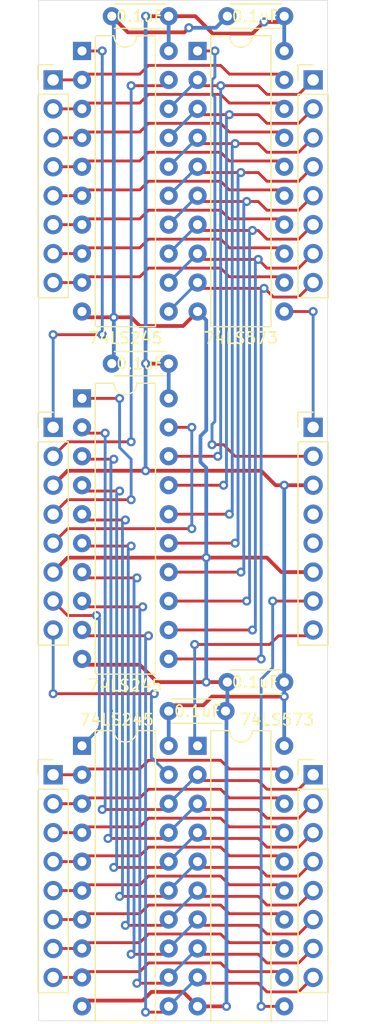
<source format=kicad_pcb>
(kicad_pcb (version 20171130) (host pcbnew "(5.1.8)-1")

  (general
    (thickness 1.6)
    (drawings 4)
    (tracks 485)
    (zones 0)
    (modules 16)
    (nets 47)
  )

  (page A4)
  (layers
    (0 F.Cu signal)
    (31 B.Cu signal)
    (32 B.Adhes user)
    (33 F.Adhes user)
    (34 B.Paste user)
    (35 F.Paste user)
    (36 B.SilkS user)
    (37 F.SilkS user)
    (38 B.Mask user)
    (39 F.Mask user)
    (40 Dwgs.User user)
    (41 Cmts.User user)
    (42 Eco1.User user)
    (43 Eco2.User user)
    (44 Edge.Cuts user)
    (45 Margin user)
    (46 B.CrtYd user)
    (47 F.CrtYd user)
    (48 B.Fab user)
    (49 F.Fab user)
  )

  (setup
    (last_trace_width 0.25)
    (trace_clearance 0.2)
    (zone_clearance 0.508)
    (zone_45_only no)
    (trace_min 0.2)
    (via_size 0.8)
    (via_drill 0.4)
    (via_min_size 0.4)
    (via_min_drill 0.3)
    (uvia_size 0.3)
    (uvia_drill 0.1)
    (uvias_allowed no)
    (uvia_min_size 0.2)
    (uvia_min_drill 0.1)
    (edge_width 0.05)
    (segment_width 0.2)
    (pcb_text_width 0.3)
    (pcb_text_size 1.5 1.5)
    (mod_edge_width 0.12)
    (mod_text_size 1 1)
    (mod_text_width 0.15)
    (pad_size 1.524 1.524)
    (pad_drill 0.762)
    (pad_to_mask_clearance 0)
    (aux_axis_origin 0 0)
    (visible_elements FFFFFF7F)
    (pcbplotparams
      (layerselection 0x010fc_ffffffff)
      (usegerberextensions false)
      (usegerberattributes true)
      (usegerberadvancedattributes true)
      (creategerberjobfile true)
      (excludeedgelayer true)
      (linewidth 0.100000)
      (plotframeref false)
      (viasonmask false)
      (mode 1)
      (useauxorigin false)
      (hpglpennumber 1)
      (hpglpenspeed 20)
      (hpglpendiameter 15.000000)
      (psnegative false)
      (psa4output false)
      (plotreference true)
      (plotvalue true)
      (plotinvisibletext false)
      (padsonsilk false)
      (subtractmaskfromsilk false)
      (outputformat 1)
      (mirror false)
      (drillshape 0)
      (scaleselection 1)
      (outputdirectory "Gerber/"))
  )

  (net 0 "")
  (net 1 /GND)
  (net 2 /5+)
  (net 3 /CPU_D6)
  (net 4 /CPU_D5)
  (net 5 /CPU_D4)
  (net 6 /CPU_D3)
  (net 7 /CPU_D2)
  (net 8 /CPU_D1)
  (net 9 /CPU_D0)
  (net 10 /CPU_D14)
  (net 11 /CPU_D13)
  (net 12 /CPU_D12)
  (net 13 /CPU_D11)
  (net 14 /CPU_D10)
  (net 15 /CPU_D9)
  (net 16 /CPU_D8)
  (net 17 /8_15_245_DIR)
  (net 18 /BRIDGE_E)
  (net 19 /BRIDGE_DIR)
  (net 20 /0_7_245_E)
  (net 21 /0_7_245_DIR)
  (net 22 /BUS_D14)
  (net 23 /BUS_D13)
  (net 24 /BUS_D12)
  (net 25 /BUS_D11)
  (net 26 /BUS_D10)
  (net 27 /BUS_D9)
  (net 28 /BUS_D8)
  (net 29 /8_15_573_LATCH)
  (net 30 "Net-(J5-Pad5)")
  (net 31 "Net-(J5-Pad4)")
  (net 32 /0_7_573_E)
  (net 33 /0_7_573_LATCH)
  (net 34 /BUS_D6)
  (net 35 /BUS_D5)
  (net 36 /BUS_D4)
  (net 37 /BUS_D3)
  (net 38 /BUS_D2)
  (net 39 /BUS_D1)
  (net 40 /BUS_D0)
  (net 41 /CPU_D7)
  (net 42 /BUS_D7)
  (net 43 /8_15_245_E)
  (net 44 /CPU_D15)
  (net 45 /BUS_D15)
  (net 46 /8_15_573_E)

  (net_class Default "This is the default net class."
    (clearance 0.2)
    (trace_width 0.25)
    (via_dia 0.8)
    (via_drill 0.4)
    (uvia_dia 0.3)
    (uvia_drill 0.1)
    (add_net /0_7_245_DIR)
    (add_net /0_7_245_E)
    (add_net /0_7_573_E)
    (add_net /0_7_573_LATCH)
    (add_net /5+)
    (add_net /8_15_245_DIR)
    (add_net /8_15_245_E)
    (add_net /8_15_573_E)
    (add_net /8_15_573_LATCH)
    (add_net /BRIDGE_DIR)
    (add_net /BRIDGE_E)
    (add_net /BUS_D0)
    (add_net /BUS_D1)
    (add_net /BUS_D10)
    (add_net /BUS_D11)
    (add_net /BUS_D12)
    (add_net /BUS_D13)
    (add_net /BUS_D14)
    (add_net /BUS_D15)
    (add_net /BUS_D2)
    (add_net /BUS_D3)
    (add_net /BUS_D4)
    (add_net /BUS_D5)
    (add_net /BUS_D6)
    (add_net /BUS_D7)
    (add_net /BUS_D8)
    (add_net /BUS_D9)
    (add_net /CPU_D0)
    (add_net /CPU_D1)
    (add_net /CPU_D10)
    (add_net /CPU_D11)
    (add_net /CPU_D12)
    (add_net /CPU_D13)
    (add_net /CPU_D14)
    (add_net /CPU_D15)
    (add_net /CPU_D2)
    (add_net /CPU_D3)
    (add_net /CPU_D4)
    (add_net /CPU_D5)
    (add_net /CPU_D6)
    (add_net /CPU_D7)
    (add_net /CPU_D8)
    (add_net /CPU_D9)
    (add_net /GND)
    (add_net "Net-(J5-Pad4)")
    (add_net "Net-(J5-Pad5)")
  )

  (module Connector_PinHeader_2.54mm:PinHeader_1x08_P2.54mm_Vertical (layer F.Cu) (tedit 59FED5CC) (tstamp 629A5FA7)
    (at 104.14 93.98)
    (descr "Through hole straight pin header, 1x08, 2.54mm pitch, single row")
    (tags "Through hole pin header THT 1x08 2.54mm single row")
    (path /629D36A6)
    (fp_text reference J6 (at 0 -2.33) (layer F.SilkS) hide
      (effects (font (size 1 1) (thickness 0.15)))
    )
    (fp_text value Conn_01x08 (at 0 20.11) (layer F.Fab)
      (effects (font (size 1 1) (thickness 0.15)))
    )
    (fp_text user %R (at 0 8.89 90) (layer F.Fab)
      (effects (font (size 1 1) (thickness 0.15)))
    )
    (fp_line (start -0.635 -1.27) (end 1.27 -1.27) (layer F.Fab) (width 0.1))
    (fp_line (start 1.27 -1.27) (end 1.27 19.05) (layer F.Fab) (width 0.1))
    (fp_line (start 1.27 19.05) (end -1.27 19.05) (layer F.Fab) (width 0.1))
    (fp_line (start -1.27 19.05) (end -1.27 -0.635) (layer F.Fab) (width 0.1))
    (fp_line (start -1.27 -0.635) (end -0.635 -1.27) (layer F.Fab) (width 0.1))
    (fp_line (start -1.33 19.11) (end 1.33 19.11) (layer F.SilkS) (width 0.12))
    (fp_line (start -1.33 1.27) (end -1.33 19.11) (layer F.SilkS) (width 0.12))
    (fp_line (start 1.33 1.27) (end 1.33 19.11) (layer F.SilkS) (width 0.12))
    (fp_line (start -1.33 1.27) (end 1.33 1.27) (layer F.SilkS) (width 0.12))
    (fp_line (start -1.33 0) (end -1.33 -1.33) (layer F.SilkS) (width 0.12))
    (fp_line (start -1.33 -1.33) (end 0 -1.33) (layer F.SilkS) (width 0.12))
    (fp_line (start -1.8 -1.8) (end -1.8 19.55) (layer F.CrtYd) (width 0.05))
    (fp_line (start -1.8 19.55) (end 1.8 19.55) (layer F.CrtYd) (width 0.05))
    (fp_line (start 1.8 19.55) (end 1.8 -1.8) (layer F.CrtYd) (width 0.05))
    (fp_line (start 1.8 -1.8) (end -1.8 -1.8) (layer F.CrtYd) (width 0.05))
    (pad 8 thru_hole oval (at 0 17.78) (size 1.7 1.7) (drill 1) (layers *.Cu *.Mask)
      (net 42 /BUS_D7))
    (pad 7 thru_hole oval (at 0 15.24) (size 1.7 1.7) (drill 1) (layers *.Cu *.Mask)
      (net 34 /BUS_D6))
    (pad 6 thru_hole oval (at 0 12.7) (size 1.7 1.7) (drill 1) (layers *.Cu *.Mask)
      (net 35 /BUS_D5))
    (pad 5 thru_hole oval (at 0 10.16) (size 1.7 1.7) (drill 1) (layers *.Cu *.Mask)
      (net 36 /BUS_D4))
    (pad 4 thru_hole oval (at 0 7.62) (size 1.7 1.7) (drill 1) (layers *.Cu *.Mask)
      (net 37 /BUS_D3))
    (pad 3 thru_hole oval (at 0 5.08) (size 1.7 1.7) (drill 1) (layers *.Cu *.Mask)
      (net 38 /BUS_D2))
    (pad 2 thru_hole oval (at 0 2.54) (size 1.7 1.7) (drill 1) (layers *.Cu *.Mask)
      (net 39 /BUS_D1))
    (pad 1 thru_hole rect (at 0 0) (size 1.7 1.7) (drill 1) (layers *.Cu *.Mask)
      (net 40 /BUS_D0))
    (model ${KISYS3DMOD}/Connector_PinHeader_2.54mm.3dshapes/PinHeader_1x08_P2.54mm_Vertical.wrl
      (at (xyz 0 0 0))
      (scale (xyz 1 1 1))
      (rotate (xyz 0 0 0))
    )
  )

  (module Connector_PinHeader_2.54mm:PinHeader_1x08_P2.54mm_Vertical (layer F.Cu) (tedit 59FED5CC) (tstamp 629A5F8B)
    (at 104.14 124.46)
    (descr "Through hole straight pin header, 1x08, 2.54mm pitch, single row")
    (tags "Through hole pin header THT 1x08 2.54mm single row")
    (path /629D8FBE)
    (fp_text reference J5 (at 0 -2.33) (layer F.SilkS) hide
      (effects (font (size 1 1) (thickness 0.15)))
    )
    (fp_text value Conn_01x08 (at 0 20.11) (layer F.Fab)
      (effects (font (size 1 1) (thickness 0.15)))
    )
    (fp_text user %R (at 0 8.89 90) (layer F.Fab) hide
      (effects (font (size 1 1) (thickness 0.15)))
    )
    (fp_line (start -0.635 -1.27) (end 1.27 -1.27) (layer F.Fab) (width 0.1))
    (fp_line (start 1.27 -1.27) (end 1.27 19.05) (layer F.Fab) (width 0.1))
    (fp_line (start 1.27 19.05) (end -1.27 19.05) (layer F.Fab) (width 0.1))
    (fp_line (start -1.27 19.05) (end -1.27 -0.635) (layer F.Fab) (width 0.1))
    (fp_line (start -1.27 -0.635) (end -0.635 -1.27) (layer F.Fab) (width 0.1))
    (fp_line (start -1.33 19.11) (end 1.33 19.11) (layer F.SilkS) (width 0.12))
    (fp_line (start -1.33 1.27) (end -1.33 19.11) (layer F.SilkS) (width 0.12))
    (fp_line (start 1.33 1.27) (end 1.33 19.11) (layer F.SilkS) (width 0.12))
    (fp_line (start -1.33 1.27) (end 1.33 1.27) (layer F.SilkS) (width 0.12))
    (fp_line (start -1.33 0) (end -1.33 -1.33) (layer F.SilkS) (width 0.12))
    (fp_line (start -1.33 -1.33) (end 0 -1.33) (layer F.SilkS) (width 0.12))
    (fp_line (start -1.8 -1.8) (end -1.8 19.55) (layer F.CrtYd) (width 0.05))
    (fp_line (start -1.8 19.55) (end 1.8 19.55) (layer F.CrtYd) (width 0.05))
    (fp_line (start 1.8 19.55) (end 1.8 -1.8) (layer F.CrtYd) (width 0.05))
    (fp_line (start 1.8 -1.8) (end -1.8 -1.8) (layer F.CrtYd) (width 0.05))
    (pad 8 thru_hole oval (at 0 17.78) (size 1.7 1.7) (drill 1) (layers *.Cu *.Mask)
      (net 46 /8_15_573_E))
    (pad 7 thru_hole oval (at 0 15.24) (size 1.7 1.7) (drill 1) (layers *.Cu *.Mask)
      (net 29 /8_15_573_LATCH))
    (pad 6 thru_hole oval (at 0 12.7) (size 1.7 1.7) (drill 1) (layers *.Cu *.Mask)
      (net 1 /GND))
    (pad 5 thru_hole oval (at 0 10.16) (size 1.7 1.7) (drill 1) (layers *.Cu *.Mask)
      (net 30 "Net-(J5-Pad5)"))
    (pad 4 thru_hole oval (at 0 7.62) (size 1.7 1.7) (drill 1) (layers *.Cu *.Mask)
      (net 31 "Net-(J5-Pad4)"))
    (pad 3 thru_hole oval (at 0 5.08) (size 1.7 1.7) (drill 1) (layers *.Cu *.Mask)
      (net 2 /5+))
    (pad 2 thru_hole oval (at 0 2.54) (size 1.7 1.7) (drill 1) (layers *.Cu *.Mask)
      (net 32 /0_7_573_E))
    (pad 1 thru_hole rect (at 0 0) (size 1.7 1.7) (drill 1) (layers *.Cu *.Mask)
      (net 33 /0_7_573_LATCH))
    (model ${KISYS3DMOD}/Connector_PinHeader_2.54mm.3dshapes/PinHeader_1x08_P2.54mm_Vertical.wrl
      (at (xyz 0 0 0))
      (scale (xyz 1 1 1))
      (rotate (xyz 0 0 0))
    )
  )

  (module Connector_PinHeader_2.54mm:PinHeader_1x08_P2.54mm_Vertical (layer F.Cu) (tedit 59FED5CC) (tstamp 629A5F6F)
    (at 104.14 154.94)
    (descr "Through hole straight pin header, 1x08, 2.54mm pitch, single row")
    (tags "Through hole pin header THT 1x08 2.54mm single row")
    (path /629D3D5F)
    (fp_text reference J4 (at 0 -2.33) (layer F.SilkS) hide
      (effects (font (size 1 1) (thickness 0.15)))
    )
    (fp_text value Conn_01x08 (at 0 20.11) (layer F.Fab)
      (effects (font (size 1 1) (thickness 0.15)))
    )
    (fp_text user %R (at 0 8.89 90) (layer F.Fab)
      (effects (font (size 1 1) (thickness 0.15)))
    )
    (fp_line (start -0.635 -1.27) (end 1.27 -1.27) (layer F.Fab) (width 0.1))
    (fp_line (start 1.27 -1.27) (end 1.27 19.05) (layer F.Fab) (width 0.1))
    (fp_line (start 1.27 19.05) (end -1.27 19.05) (layer F.Fab) (width 0.1))
    (fp_line (start -1.27 19.05) (end -1.27 -0.635) (layer F.Fab) (width 0.1))
    (fp_line (start -1.27 -0.635) (end -0.635 -1.27) (layer F.Fab) (width 0.1))
    (fp_line (start -1.33 19.11) (end 1.33 19.11) (layer F.SilkS) (width 0.12))
    (fp_line (start -1.33 1.27) (end -1.33 19.11) (layer F.SilkS) (width 0.12))
    (fp_line (start 1.33 1.27) (end 1.33 19.11) (layer F.SilkS) (width 0.12))
    (fp_line (start -1.33 1.27) (end 1.33 1.27) (layer F.SilkS) (width 0.12))
    (fp_line (start -1.33 0) (end -1.33 -1.33) (layer F.SilkS) (width 0.12))
    (fp_line (start -1.33 -1.33) (end 0 -1.33) (layer F.SilkS) (width 0.12))
    (fp_line (start -1.8 -1.8) (end -1.8 19.55) (layer F.CrtYd) (width 0.05))
    (fp_line (start -1.8 19.55) (end 1.8 19.55) (layer F.CrtYd) (width 0.05))
    (fp_line (start 1.8 19.55) (end 1.8 -1.8) (layer F.CrtYd) (width 0.05))
    (fp_line (start 1.8 -1.8) (end -1.8 -1.8) (layer F.CrtYd) (width 0.05))
    (pad 8 thru_hole oval (at 0 17.78) (size 1.7 1.7) (drill 1) (layers *.Cu *.Mask)
      (net 45 /BUS_D15))
    (pad 7 thru_hole oval (at 0 15.24) (size 1.7 1.7) (drill 1) (layers *.Cu *.Mask)
      (net 22 /BUS_D14))
    (pad 6 thru_hole oval (at 0 12.7) (size 1.7 1.7) (drill 1) (layers *.Cu *.Mask)
      (net 23 /BUS_D13))
    (pad 5 thru_hole oval (at 0 10.16) (size 1.7 1.7) (drill 1) (layers *.Cu *.Mask)
      (net 24 /BUS_D12))
    (pad 4 thru_hole oval (at 0 7.62) (size 1.7 1.7) (drill 1) (layers *.Cu *.Mask)
      (net 25 /BUS_D11))
    (pad 3 thru_hole oval (at 0 5.08) (size 1.7 1.7) (drill 1) (layers *.Cu *.Mask)
      (net 26 /BUS_D10))
    (pad 2 thru_hole oval (at 0 2.54) (size 1.7 1.7) (drill 1) (layers *.Cu *.Mask)
      (net 27 /BUS_D9))
    (pad 1 thru_hole rect (at 0 0) (size 1.7 1.7) (drill 1) (layers *.Cu *.Mask)
      (net 28 /BUS_D8))
    (model ${KISYS3DMOD}/Connector_PinHeader_2.54mm.3dshapes/PinHeader_1x08_P2.54mm_Vertical.wrl
      (at (xyz 0 0 0))
      (scale (xyz 1 1 1))
      (rotate (xyz 0 0 0))
    )
  )

  (module Connector_PinHeader_2.54mm:PinHeader_1x08_P2.54mm_Vertical (layer F.Cu) (tedit 59FED5CC) (tstamp 629A5F53)
    (at 81.28 124.46)
    (descr "Through hole straight pin header, 1x08, 2.54mm pitch, single row")
    (tags "Through hole pin header THT 1x08 2.54mm single row")
    (path /629D7FB6)
    (fp_text reference J3 (at 0 -2.33) (layer F.SilkS) hide
      (effects (font (size 1 1) (thickness 0.15)))
    )
    (fp_text value Conn_01x08 (at 0 20.11) (layer F.Fab)
      (effects (font (size 1 1) (thickness 0.15)))
    )
    (fp_text user %R (at 0 8.89 90) (layer F.Fab)
      (effects (font (size 1 1) (thickness 0.15)))
    )
    (fp_line (start -0.635 -1.27) (end 1.27 -1.27) (layer F.Fab) (width 0.1))
    (fp_line (start 1.27 -1.27) (end 1.27 19.05) (layer F.Fab) (width 0.1))
    (fp_line (start 1.27 19.05) (end -1.27 19.05) (layer F.Fab) (width 0.1))
    (fp_line (start -1.27 19.05) (end -1.27 -0.635) (layer F.Fab) (width 0.1))
    (fp_line (start -1.27 -0.635) (end -0.635 -1.27) (layer F.Fab) (width 0.1))
    (fp_line (start -1.33 19.11) (end 1.33 19.11) (layer F.SilkS) (width 0.12))
    (fp_line (start -1.33 1.27) (end -1.33 19.11) (layer F.SilkS) (width 0.12))
    (fp_line (start 1.33 1.27) (end 1.33 19.11) (layer F.SilkS) (width 0.12))
    (fp_line (start -1.33 1.27) (end 1.33 1.27) (layer F.SilkS) (width 0.12))
    (fp_line (start -1.33 0) (end -1.33 -1.33) (layer F.SilkS) (width 0.12))
    (fp_line (start -1.33 -1.33) (end 0 -1.33) (layer F.SilkS) (width 0.12))
    (fp_line (start -1.8 -1.8) (end -1.8 19.55) (layer F.CrtYd) (width 0.05))
    (fp_line (start -1.8 19.55) (end 1.8 19.55) (layer F.CrtYd) (width 0.05))
    (fp_line (start 1.8 19.55) (end 1.8 -1.8) (layer F.CrtYd) (width 0.05))
    (fp_line (start 1.8 -1.8) (end -1.8 -1.8) (layer F.CrtYd) (width 0.05))
    (pad 8 thru_hole oval (at 0 17.78) (size 1.7 1.7) (drill 1) (layers *.Cu *.Mask)
      (net 43 /8_15_245_E))
    (pad 7 thru_hole oval (at 0 15.24) (size 1.7 1.7) (drill 1) (layers *.Cu *.Mask)
      (net 17 /8_15_245_DIR))
    (pad 6 thru_hole oval (at 0 12.7) (size 1.7 1.7) (drill 1) (layers *.Cu *.Mask)
      (net 1 /GND))
    (pad 5 thru_hole oval (at 0 10.16) (size 1.7 1.7) (drill 1) (layers *.Cu *.Mask)
      (net 18 /BRIDGE_E))
    (pad 4 thru_hole oval (at 0 7.62) (size 1.7 1.7) (drill 1) (layers *.Cu *.Mask)
      (net 19 /BRIDGE_DIR))
    (pad 3 thru_hole oval (at 0 5.08) (size 1.7 1.7) (drill 1) (layers *.Cu *.Mask)
      (net 2 /5+))
    (pad 2 thru_hole oval (at 0 2.54) (size 1.7 1.7) (drill 1) (layers *.Cu *.Mask)
      (net 20 /0_7_245_E))
    (pad 1 thru_hole rect (at 0 0) (size 1.7 1.7) (drill 1) (layers *.Cu *.Mask)
      (net 21 /0_7_245_DIR))
    (model ${KISYS3DMOD}/Connector_PinHeader_2.54mm.3dshapes/PinHeader_1x08_P2.54mm_Vertical.wrl
      (at (xyz 0 0 0))
      (scale (xyz 1 1 1))
      (rotate (xyz 0 0 0))
    )
  )

  (module Connector_PinHeader_2.54mm:PinHeader_1x08_P2.54mm_Vertical (layer F.Cu) (tedit 59FED5CC) (tstamp 629A5F37)
    (at 81.28 154.94)
    (descr "Through hole straight pin header, 1x08, 2.54mm pitch, single row")
    (tags "Through hole pin header THT 1x08 2.54mm single row")
    (path /629D2B7C)
    (fp_text reference J2 (at 0 -2.33) (layer F.SilkS) hide
      (effects (font (size 1 1) (thickness 0.15)))
    )
    (fp_text value Conn_01x08 (at 0 20.11) (layer F.Fab)
      (effects (font (size 1 1) (thickness 0.15)))
    )
    (fp_text user %R (at 0 8.89 90) (layer F.Fab)
      (effects (font (size 1 1) (thickness 0.15)))
    )
    (fp_line (start -0.635 -1.27) (end 1.27 -1.27) (layer F.Fab) (width 0.1))
    (fp_line (start 1.27 -1.27) (end 1.27 19.05) (layer F.Fab) (width 0.1))
    (fp_line (start 1.27 19.05) (end -1.27 19.05) (layer F.Fab) (width 0.1))
    (fp_line (start -1.27 19.05) (end -1.27 -0.635) (layer F.Fab) (width 0.1))
    (fp_line (start -1.27 -0.635) (end -0.635 -1.27) (layer F.Fab) (width 0.1))
    (fp_line (start -1.33 19.11) (end 1.33 19.11) (layer F.SilkS) (width 0.12))
    (fp_line (start -1.33 1.27) (end -1.33 19.11) (layer F.SilkS) (width 0.12))
    (fp_line (start 1.33 1.27) (end 1.33 19.11) (layer F.SilkS) (width 0.12))
    (fp_line (start -1.33 1.27) (end 1.33 1.27) (layer F.SilkS) (width 0.12))
    (fp_line (start -1.33 0) (end -1.33 -1.33) (layer F.SilkS) (width 0.12))
    (fp_line (start -1.33 -1.33) (end 0 -1.33) (layer F.SilkS) (width 0.12))
    (fp_line (start -1.8 -1.8) (end -1.8 19.55) (layer F.CrtYd) (width 0.05))
    (fp_line (start -1.8 19.55) (end 1.8 19.55) (layer F.CrtYd) (width 0.05))
    (fp_line (start 1.8 19.55) (end 1.8 -1.8) (layer F.CrtYd) (width 0.05))
    (fp_line (start 1.8 -1.8) (end -1.8 -1.8) (layer F.CrtYd) (width 0.05))
    (pad 8 thru_hole oval (at 0 17.78) (size 1.7 1.7) (drill 1) (layers *.Cu *.Mask)
      (net 44 /CPU_D15))
    (pad 7 thru_hole oval (at 0 15.24) (size 1.7 1.7) (drill 1) (layers *.Cu *.Mask)
      (net 10 /CPU_D14))
    (pad 6 thru_hole oval (at 0 12.7) (size 1.7 1.7) (drill 1) (layers *.Cu *.Mask)
      (net 11 /CPU_D13))
    (pad 5 thru_hole oval (at 0 10.16) (size 1.7 1.7) (drill 1) (layers *.Cu *.Mask)
      (net 12 /CPU_D12))
    (pad 4 thru_hole oval (at 0 7.62) (size 1.7 1.7) (drill 1) (layers *.Cu *.Mask)
      (net 13 /CPU_D11))
    (pad 3 thru_hole oval (at 0 5.08) (size 1.7 1.7) (drill 1) (layers *.Cu *.Mask)
      (net 14 /CPU_D10))
    (pad 2 thru_hole oval (at 0 2.54) (size 1.7 1.7) (drill 1) (layers *.Cu *.Mask)
      (net 15 /CPU_D9))
    (pad 1 thru_hole rect (at 0 0) (size 1.7 1.7) (drill 1) (layers *.Cu *.Mask)
      (net 16 /CPU_D8))
    (model ${KISYS3DMOD}/Connector_PinHeader_2.54mm.3dshapes/PinHeader_1x08_P2.54mm_Vertical.wrl
      (at (xyz 0 0 0))
      (scale (xyz 1 1 1))
      (rotate (xyz 0 0 0))
    )
  )

  (module Connector_PinHeader_2.54mm:PinHeader_1x08_P2.54mm_Vertical (layer F.Cu) (tedit 59FED5CC) (tstamp 629A5F1B)
    (at 81.28 93.98)
    (descr "Through hole straight pin header, 1x08, 2.54mm pitch, single row")
    (tags "Through hole pin header THT 1x08 2.54mm single row")
    (path /629D14BD)
    (fp_text reference J1 (at 0 -2.33) (layer F.SilkS) hide
      (effects (font (size 1 1) (thickness 0.15)))
    )
    (fp_text value Conn_01x08 (at 0 20.11) (layer F.Fab)
      (effects (font (size 1 1) (thickness 0.15)))
    )
    (fp_text user %R (at 0 8.89 90) (layer F.Fab)
      (effects (font (size 1 1) (thickness 0.15)))
    )
    (fp_line (start -0.635 -1.27) (end 1.27 -1.27) (layer F.Fab) (width 0.1))
    (fp_line (start 1.27 -1.27) (end 1.27 19.05) (layer F.Fab) (width 0.1))
    (fp_line (start 1.27 19.05) (end -1.27 19.05) (layer F.Fab) (width 0.1))
    (fp_line (start -1.27 19.05) (end -1.27 -0.635) (layer F.Fab) (width 0.1))
    (fp_line (start -1.27 -0.635) (end -0.635 -1.27) (layer F.Fab) (width 0.1))
    (fp_line (start -1.33 19.11) (end 1.33 19.11) (layer F.SilkS) (width 0.12))
    (fp_line (start -1.33 1.27) (end -1.33 19.11) (layer F.SilkS) (width 0.12))
    (fp_line (start 1.33 1.27) (end 1.33 19.11) (layer F.SilkS) (width 0.12))
    (fp_line (start -1.33 1.27) (end 1.33 1.27) (layer F.SilkS) (width 0.12))
    (fp_line (start -1.33 0) (end -1.33 -1.33) (layer F.SilkS) (width 0.12))
    (fp_line (start -1.33 -1.33) (end 0 -1.33) (layer F.SilkS) (width 0.12))
    (fp_line (start -1.8 -1.8) (end -1.8 19.55) (layer F.CrtYd) (width 0.05))
    (fp_line (start -1.8 19.55) (end 1.8 19.55) (layer F.CrtYd) (width 0.05))
    (fp_line (start 1.8 19.55) (end 1.8 -1.8) (layer F.CrtYd) (width 0.05))
    (fp_line (start 1.8 -1.8) (end -1.8 -1.8) (layer F.CrtYd) (width 0.05))
    (pad 8 thru_hole oval (at 0 17.78) (size 1.7 1.7) (drill 1) (layers *.Cu *.Mask)
      (net 41 /CPU_D7))
    (pad 7 thru_hole oval (at 0 15.24) (size 1.7 1.7) (drill 1) (layers *.Cu *.Mask)
      (net 3 /CPU_D6))
    (pad 6 thru_hole oval (at 0 12.7) (size 1.7 1.7) (drill 1) (layers *.Cu *.Mask)
      (net 4 /CPU_D5))
    (pad 5 thru_hole oval (at 0 10.16) (size 1.7 1.7) (drill 1) (layers *.Cu *.Mask)
      (net 5 /CPU_D4))
    (pad 4 thru_hole oval (at 0 7.62) (size 1.7 1.7) (drill 1) (layers *.Cu *.Mask)
      (net 6 /CPU_D3))
    (pad 3 thru_hole oval (at 0 5.08) (size 1.7 1.7) (drill 1) (layers *.Cu *.Mask)
      (net 7 /CPU_D2))
    (pad 2 thru_hole oval (at 0 2.54) (size 1.7 1.7) (drill 1) (layers *.Cu *.Mask)
      (net 8 /CPU_D1))
    (pad 1 thru_hole rect (at 0 0) (size 1.7 1.7) (drill 1) (layers *.Cu *.Mask)
      (net 9 /CPU_D0))
    (model ${KISYS3DMOD}/Connector_PinHeader_2.54mm.3dshapes/PinHeader_1x08_P2.54mm_Vertical.wrl
      (at (xyz 0 0 0))
      (scale (xyz 1 1 1))
      (rotate (xyz 0 0 0))
    )
  )

  (module Package_DIP:DIP-20_W7.62mm (layer F.Cu) (tedit 5A02E8C5) (tstamp 629A5212)
    (at 93.98 91.44)
    (descr "20-lead though-hole mounted DIP package, row spacing 7.62 mm (300 mils)")
    (tags "THT DIP DIL PDIP 2.54mm 7.62mm 300mil")
    (path /629BED41)
    (fp_text reference U5 (at 3.81 -2.33) (layer F.SilkS) hide
      (effects (font (size 1 1) (thickness 0.15)))
    )
    (fp_text value 74LS573 (at 3.81 25.19) (layer F.SilkS)
      (effects (font (size 1 1) (thickness 0.15)))
    )
    (fp_text user %R (at 3.81 11.43) (layer F.Fab) hide
      (effects (font (size 1 1) (thickness 0.15)))
    )
    (fp_arc (start 3.81 -1.33) (end 2.81 -1.33) (angle -180) (layer F.SilkS) (width 0.12))
    (fp_line (start 1.635 -1.27) (end 6.985 -1.27) (layer F.Fab) (width 0.1))
    (fp_line (start 6.985 -1.27) (end 6.985 24.13) (layer F.Fab) (width 0.1))
    (fp_line (start 6.985 24.13) (end 0.635 24.13) (layer F.Fab) (width 0.1))
    (fp_line (start 0.635 24.13) (end 0.635 -0.27) (layer F.Fab) (width 0.1))
    (fp_line (start 0.635 -0.27) (end 1.635 -1.27) (layer F.Fab) (width 0.1))
    (fp_line (start 2.81 -1.33) (end 1.16 -1.33) (layer F.SilkS) (width 0.12))
    (fp_line (start 1.16 -1.33) (end 1.16 24.19) (layer F.SilkS) (width 0.12))
    (fp_line (start 1.16 24.19) (end 6.46 24.19) (layer F.SilkS) (width 0.12))
    (fp_line (start 6.46 24.19) (end 6.46 -1.33) (layer F.SilkS) (width 0.12))
    (fp_line (start 6.46 -1.33) (end 4.81 -1.33) (layer F.SilkS) (width 0.12))
    (fp_line (start -1.1 -1.55) (end -1.1 24.4) (layer F.CrtYd) (width 0.05))
    (fp_line (start -1.1 24.4) (end 8.7 24.4) (layer F.CrtYd) (width 0.05))
    (fp_line (start 8.7 24.4) (end 8.7 -1.55) (layer F.CrtYd) (width 0.05))
    (fp_line (start 8.7 -1.55) (end -1.1 -1.55) (layer F.CrtYd) (width 0.05))
    (pad 20 thru_hole oval (at 7.62 0) (size 1.6 1.6) (drill 0.8) (layers *.Cu *.Mask)
      (net 2 /5+))
    (pad 10 thru_hole oval (at 0 22.86) (size 1.6 1.6) (drill 0.8) (layers *.Cu *.Mask)
      (net 1 /GND))
    (pad 19 thru_hole oval (at 7.62 2.54) (size 1.6 1.6) (drill 0.8) (layers *.Cu *.Mask)
      (net 9 /CPU_D0))
    (pad 9 thru_hole oval (at 0 20.32) (size 1.6 1.6) (drill 0.8) (layers *.Cu *.Mask)
      (net 42 /BUS_D7))
    (pad 18 thru_hole oval (at 7.62 5.08) (size 1.6 1.6) (drill 0.8) (layers *.Cu *.Mask)
      (net 8 /CPU_D1))
    (pad 8 thru_hole oval (at 0 17.78) (size 1.6 1.6) (drill 0.8) (layers *.Cu *.Mask)
      (net 34 /BUS_D6))
    (pad 17 thru_hole oval (at 7.62 7.62) (size 1.6 1.6) (drill 0.8) (layers *.Cu *.Mask)
      (net 7 /CPU_D2))
    (pad 7 thru_hole oval (at 0 15.24) (size 1.6 1.6) (drill 0.8) (layers *.Cu *.Mask)
      (net 35 /BUS_D5))
    (pad 16 thru_hole oval (at 7.62 10.16) (size 1.6 1.6) (drill 0.8) (layers *.Cu *.Mask)
      (net 6 /CPU_D3))
    (pad 6 thru_hole oval (at 0 12.7) (size 1.6 1.6) (drill 0.8) (layers *.Cu *.Mask)
      (net 36 /BUS_D4))
    (pad 15 thru_hole oval (at 7.62 12.7) (size 1.6 1.6) (drill 0.8) (layers *.Cu *.Mask)
      (net 5 /CPU_D4))
    (pad 5 thru_hole oval (at 0 10.16) (size 1.6 1.6) (drill 0.8) (layers *.Cu *.Mask)
      (net 37 /BUS_D3))
    (pad 14 thru_hole oval (at 7.62 15.24) (size 1.6 1.6) (drill 0.8) (layers *.Cu *.Mask)
      (net 4 /CPU_D5))
    (pad 4 thru_hole oval (at 0 7.62) (size 1.6 1.6) (drill 0.8) (layers *.Cu *.Mask)
      (net 38 /BUS_D2))
    (pad 13 thru_hole oval (at 7.62 17.78) (size 1.6 1.6) (drill 0.8) (layers *.Cu *.Mask)
      (net 3 /CPU_D6))
    (pad 3 thru_hole oval (at 0 5.08) (size 1.6 1.6) (drill 0.8) (layers *.Cu *.Mask)
      (net 39 /BUS_D1))
    (pad 12 thru_hole oval (at 7.62 20.32) (size 1.6 1.6) (drill 0.8) (layers *.Cu *.Mask)
      (net 41 /CPU_D7))
    (pad 2 thru_hole oval (at 0 2.54) (size 1.6 1.6) (drill 0.8) (layers *.Cu *.Mask)
      (net 40 /BUS_D0))
    (pad 11 thru_hole oval (at 7.62 22.86) (size 1.6 1.6) (drill 0.8) (layers *.Cu *.Mask)
      (net 33 /0_7_573_LATCH))
    (pad 1 thru_hole rect (at 0 0) (size 1.6 1.6) (drill 0.8) (layers *.Cu *.Mask)
      (net 32 /0_7_573_E))
    (model ${KISYS3DMOD}/Package_DIP.3dshapes/DIP-20_W7.62mm.wrl
      (at (xyz 0 0 0))
      (scale (xyz 1 1 1))
      (rotate (xyz 0 0 0))
    )
  )

  (module Package_DIP:DIP-20_W7.62mm (layer F.Cu) (tedit 5A02E8C5) (tstamp 629A51EA)
    (at 93.98 152.4)
    (descr "20-lead though-hole mounted DIP package, row spacing 7.62 mm (300 mils)")
    (tags "THT DIP DIL PDIP 2.54mm 7.62mm 300mil")
    (path /629C4E36)
    (fp_text reference U4 (at 3.81 -2.33) (layer F.SilkS) hide
      (effects (font (size 1 1) (thickness 0.15)))
    )
    (fp_text value 74LS573 (at 6.985 -2.286) (layer F.SilkS)
      (effects (font (size 1 1) (thickness 0.15)))
    )
    (fp_text user %R (at 3.81 11.43) (layer F.Fab)
      (effects (font (size 1 1) (thickness 0.15)))
    )
    (fp_arc (start 3.81 -1.33) (end 2.81 -1.33) (angle -180) (layer F.SilkS) (width 0.12))
    (fp_line (start 1.635 -1.27) (end 6.985 -1.27) (layer F.Fab) (width 0.1))
    (fp_line (start 6.985 -1.27) (end 6.985 24.13) (layer F.Fab) (width 0.1))
    (fp_line (start 6.985 24.13) (end 0.635 24.13) (layer F.Fab) (width 0.1))
    (fp_line (start 0.635 24.13) (end 0.635 -0.27) (layer F.Fab) (width 0.1))
    (fp_line (start 0.635 -0.27) (end 1.635 -1.27) (layer F.Fab) (width 0.1))
    (fp_line (start 2.81 -1.33) (end 1.16 -1.33) (layer F.SilkS) (width 0.12))
    (fp_line (start 1.16 -1.33) (end 1.16 24.19) (layer F.SilkS) (width 0.12))
    (fp_line (start 1.16 24.19) (end 6.46 24.19) (layer F.SilkS) (width 0.12))
    (fp_line (start 6.46 24.19) (end 6.46 -1.33) (layer F.SilkS) (width 0.12))
    (fp_line (start 6.46 -1.33) (end 4.81 -1.33) (layer F.SilkS) (width 0.12))
    (fp_line (start -1.1 -1.55) (end -1.1 24.4) (layer F.CrtYd) (width 0.05))
    (fp_line (start -1.1 24.4) (end 8.7 24.4) (layer F.CrtYd) (width 0.05))
    (fp_line (start 8.7 24.4) (end 8.7 -1.55) (layer F.CrtYd) (width 0.05))
    (fp_line (start 8.7 -1.55) (end -1.1 -1.55) (layer F.CrtYd) (width 0.05))
    (pad 20 thru_hole oval (at 7.62 0) (size 1.6 1.6) (drill 0.8) (layers *.Cu *.Mask)
      (net 2 /5+))
    (pad 10 thru_hole oval (at 0 22.86) (size 1.6 1.6) (drill 0.8) (layers *.Cu *.Mask)
      (net 1 /GND))
    (pad 19 thru_hole oval (at 7.62 2.54) (size 1.6 1.6) (drill 0.8) (layers *.Cu *.Mask)
      (net 16 /CPU_D8))
    (pad 9 thru_hole oval (at 0 20.32) (size 1.6 1.6) (drill 0.8) (layers *.Cu *.Mask)
      (net 45 /BUS_D15))
    (pad 18 thru_hole oval (at 7.62 5.08) (size 1.6 1.6) (drill 0.8) (layers *.Cu *.Mask)
      (net 15 /CPU_D9))
    (pad 8 thru_hole oval (at 0 17.78) (size 1.6 1.6) (drill 0.8) (layers *.Cu *.Mask)
      (net 22 /BUS_D14))
    (pad 17 thru_hole oval (at 7.62 7.62) (size 1.6 1.6) (drill 0.8) (layers *.Cu *.Mask)
      (net 14 /CPU_D10))
    (pad 7 thru_hole oval (at 0 15.24) (size 1.6 1.6) (drill 0.8) (layers *.Cu *.Mask)
      (net 23 /BUS_D13))
    (pad 16 thru_hole oval (at 7.62 10.16) (size 1.6 1.6) (drill 0.8) (layers *.Cu *.Mask)
      (net 13 /CPU_D11))
    (pad 6 thru_hole oval (at 0 12.7) (size 1.6 1.6) (drill 0.8) (layers *.Cu *.Mask)
      (net 24 /BUS_D12))
    (pad 15 thru_hole oval (at 7.62 12.7) (size 1.6 1.6) (drill 0.8) (layers *.Cu *.Mask)
      (net 12 /CPU_D12))
    (pad 5 thru_hole oval (at 0 10.16) (size 1.6 1.6) (drill 0.8) (layers *.Cu *.Mask)
      (net 25 /BUS_D11))
    (pad 14 thru_hole oval (at 7.62 15.24) (size 1.6 1.6) (drill 0.8) (layers *.Cu *.Mask)
      (net 11 /CPU_D13))
    (pad 4 thru_hole oval (at 0 7.62) (size 1.6 1.6) (drill 0.8) (layers *.Cu *.Mask)
      (net 26 /BUS_D10))
    (pad 13 thru_hole oval (at 7.62 17.78) (size 1.6 1.6) (drill 0.8) (layers *.Cu *.Mask)
      (net 10 /CPU_D14))
    (pad 3 thru_hole oval (at 0 5.08) (size 1.6 1.6) (drill 0.8) (layers *.Cu *.Mask)
      (net 27 /BUS_D9))
    (pad 12 thru_hole oval (at 7.62 20.32) (size 1.6 1.6) (drill 0.8) (layers *.Cu *.Mask)
      (net 44 /CPU_D15))
    (pad 2 thru_hole oval (at 0 2.54) (size 1.6 1.6) (drill 0.8) (layers *.Cu *.Mask)
      (net 28 /BUS_D8))
    (pad 11 thru_hole oval (at 7.62 22.86) (size 1.6 1.6) (drill 0.8) (layers *.Cu *.Mask)
      (net 29 /8_15_573_LATCH))
    (pad 1 thru_hole rect (at 0 0) (size 1.6 1.6) (drill 0.8) (layers *.Cu *.Mask)
      (net 46 /8_15_573_E))
    (model ${KISYS3DMOD}/Package_DIP.3dshapes/DIP-20_W7.62mm.wrl
      (at (xyz 0 0 0))
      (scale (xyz 1 1 1))
      (rotate (xyz 0 0 0))
    )
  )

  (module Package_DIP:DIP-20_W7.62mm (layer F.Cu) (tedit 5A02E8C5) (tstamp 629A51C2)
    (at 83.82 121.92)
    (descr "20-lead though-hole mounted DIP package, row spacing 7.62 mm (300 mils)")
    (tags "THT DIP DIL PDIP 2.54mm 7.62mm 300mil")
    (path /629C5BF5)
    (fp_text reference U3 (at 3.81 -2.33) (layer F.SilkS) hide
      (effects (font (size 1 1) (thickness 0.15)))
    )
    (fp_text value 74LS245 (at 3.81 25.19) (layer F.SilkS)
      (effects (font (size 1 1) (thickness 0.15)))
    )
    (fp_text user %R (at 3.81 11.43) (layer F.Fab) hide
      (effects (font (size 1 1) (thickness 0.15)))
    )
    (fp_arc (start 3.81 -1.33) (end 2.81 -1.33) (angle -180) (layer F.SilkS) (width 0.12))
    (fp_line (start 1.635 -1.27) (end 6.985 -1.27) (layer F.Fab) (width 0.1))
    (fp_line (start 6.985 -1.27) (end 6.985 24.13) (layer F.Fab) (width 0.1))
    (fp_line (start 6.985 24.13) (end 0.635 24.13) (layer F.Fab) (width 0.1))
    (fp_line (start 0.635 24.13) (end 0.635 -0.27) (layer F.Fab) (width 0.1))
    (fp_line (start 0.635 -0.27) (end 1.635 -1.27) (layer F.Fab) (width 0.1))
    (fp_line (start 2.81 -1.33) (end 1.16 -1.33) (layer F.SilkS) (width 0.12))
    (fp_line (start 1.16 -1.33) (end 1.16 24.19) (layer F.SilkS) (width 0.12))
    (fp_line (start 1.16 24.19) (end 6.46 24.19) (layer F.SilkS) (width 0.12))
    (fp_line (start 6.46 24.19) (end 6.46 -1.33) (layer F.SilkS) (width 0.12))
    (fp_line (start 6.46 -1.33) (end 4.81 -1.33) (layer F.SilkS) (width 0.12))
    (fp_line (start -1.1 -1.55) (end -1.1 24.4) (layer F.CrtYd) (width 0.05))
    (fp_line (start -1.1 24.4) (end 8.7 24.4) (layer F.CrtYd) (width 0.05))
    (fp_line (start 8.7 24.4) (end 8.7 -1.55) (layer F.CrtYd) (width 0.05))
    (fp_line (start 8.7 -1.55) (end -1.1 -1.55) (layer F.CrtYd) (width 0.05))
    (pad 20 thru_hole oval (at 7.62 0) (size 1.6 1.6) (drill 0.8) (layers *.Cu *.Mask)
      (net 2 /5+))
    (pad 10 thru_hole oval (at 0 22.86) (size 1.6 1.6) (drill 0.8) (layers *.Cu *.Mask)
      (net 1 /GND))
    (pad 19 thru_hole oval (at 7.62 2.54) (size 1.6 1.6) (drill 0.8) (layers *.Cu *.Mask)
      (net 18 /BRIDGE_E))
    (pad 9 thru_hole oval (at 0 20.32) (size 1.6 1.6) (drill 0.8) (layers *.Cu *.Mask)
      (net 45 /BUS_D15))
    (pad 18 thru_hole oval (at 7.62 5.08) (size 1.6 1.6) (drill 0.8) (layers *.Cu *.Mask)
      (net 40 /BUS_D0))
    (pad 8 thru_hole oval (at 0 17.78) (size 1.6 1.6) (drill 0.8) (layers *.Cu *.Mask)
      (net 22 /BUS_D14))
    (pad 17 thru_hole oval (at 7.62 7.62) (size 1.6 1.6) (drill 0.8) (layers *.Cu *.Mask)
      (net 39 /BUS_D1))
    (pad 7 thru_hole oval (at 0 15.24) (size 1.6 1.6) (drill 0.8) (layers *.Cu *.Mask)
      (net 23 /BUS_D13))
    (pad 16 thru_hole oval (at 7.62 10.16) (size 1.6 1.6) (drill 0.8) (layers *.Cu *.Mask)
      (net 38 /BUS_D2))
    (pad 6 thru_hole oval (at 0 12.7) (size 1.6 1.6) (drill 0.8) (layers *.Cu *.Mask)
      (net 24 /BUS_D12))
    (pad 15 thru_hole oval (at 7.62 12.7) (size 1.6 1.6) (drill 0.8) (layers *.Cu *.Mask)
      (net 37 /BUS_D3))
    (pad 5 thru_hole oval (at 0 10.16) (size 1.6 1.6) (drill 0.8) (layers *.Cu *.Mask)
      (net 25 /BUS_D11))
    (pad 14 thru_hole oval (at 7.62 15.24) (size 1.6 1.6) (drill 0.8) (layers *.Cu *.Mask)
      (net 36 /BUS_D4))
    (pad 4 thru_hole oval (at 0 7.62) (size 1.6 1.6) (drill 0.8) (layers *.Cu *.Mask)
      (net 26 /BUS_D10))
    (pad 13 thru_hole oval (at 7.62 17.78) (size 1.6 1.6) (drill 0.8) (layers *.Cu *.Mask)
      (net 35 /BUS_D5))
    (pad 3 thru_hole oval (at 0 5.08) (size 1.6 1.6) (drill 0.8) (layers *.Cu *.Mask)
      (net 27 /BUS_D9))
    (pad 12 thru_hole oval (at 7.62 20.32) (size 1.6 1.6) (drill 0.8) (layers *.Cu *.Mask)
      (net 34 /BUS_D6))
    (pad 2 thru_hole oval (at 0 2.54) (size 1.6 1.6) (drill 0.8) (layers *.Cu *.Mask)
      (net 28 /BUS_D8))
    (pad 11 thru_hole oval (at 7.62 22.86) (size 1.6 1.6) (drill 0.8) (layers *.Cu *.Mask)
      (net 42 /BUS_D7))
    (pad 1 thru_hole rect (at 0 0) (size 1.6 1.6) (drill 0.8) (layers *.Cu *.Mask)
      (net 19 /BRIDGE_DIR))
    (model ${KISYS3DMOD}/Package_DIP.3dshapes/DIP-20_W7.62mm.wrl
      (at (xyz 0 0 0))
      (scale (xyz 1 1 1))
      (rotate (xyz 0 0 0))
    )
  )

  (module Package_DIP:DIP-20_W7.62mm (layer F.Cu) (tedit 5A02E8C5) (tstamp 629A519A)
    (at 83.82 152.4)
    (descr "20-lead though-hole mounted DIP package, row spacing 7.62 mm (300 mils)")
    (tags "THT DIP DIL PDIP 2.54mm 7.62mm 300mil")
    (path /629C4E30)
    (fp_text reference U2 (at 3.81 -2.33) (layer F.SilkS) hide
      (effects (font (size 1 1) (thickness 0.15)))
    )
    (fp_text value 74LS245 (at 3.048 -2.286) (layer F.SilkS)
      (effects (font (size 1 1) (thickness 0.15)))
    )
    (fp_text user %R (at 3.81 11.43) (layer F.Fab)
      (effects (font (size 1 1) (thickness 0.15)))
    )
    (fp_arc (start 3.81 -1.33) (end 2.81 -1.33) (angle -180) (layer F.SilkS) (width 0.12))
    (fp_line (start 1.635 -1.27) (end 6.985 -1.27) (layer F.Fab) (width 0.1))
    (fp_line (start 6.985 -1.27) (end 6.985 24.13) (layer F.Fab) (width 0.1))
    (fp_line (start 6.985 24.13) (end 0.635 24.13) (layer F.Fab) (width 0.1))
    (fp_line (start 0.635 24.13) (end 0.635 -0.27) (layer F.Fab) (width 0.1))
    (fp_line (start 0.635 -0.27) (end 1.635 -1.27) (layer F.Fab) (width 0.1))
    (fp_line (start 2.81 -1.33) (end 1.16 -1.33) (layer F.SilkS) (width 0.12))
    (fp_line (start 1.16 -1.33) (end 1.16 24.19) (layer F.SilkS) (width 0.12))
    (fp_line (start 1.16 24.19) (end 6.46 24.19) (layer F.SilkS) (width 0.12))
    (fp_line (start 6.46 24.19) (end 6.46 -1.33) (layer F.SilkS) (width 0.12))
    (fp_line (start 6.46 -1.33) (end 4.81 -1.33) (layer F.SilkS) (width 0.12))
    (fp_line (start -1.1 -1.55) (end -1.1 24.4) (layer F.CrtYd) (width 0.05))
    (fp_line (start -1.1 24.4) (end 8.7 24.4) (layer F.CrtYd) (width 0.05))
    (fp_line (start 8.7 24.4) (end 8.7 -1.55) (layer F.CrtYd) (width 0.05))
    (fp_line (start 8.7 -1.55) (end -1.1 -1.55) (layer F.CrtYd) (width 0.05))
    (pad 20 thru_hole oval (at 7.62 0) (size 1.6 1.6) (drill 0.8) (layers *.Cu *.Mask)
      (net 2 /5+))
    (pad 10 thru_hole oval (at 0 22.86) (size 1.6 1.6) (drill 0.8) (layers *.Cu *.Mask)
      (net 1 /GND))
    (pad 19 thru_hole oval (at 7.62 2.54) (size 1.6 1.6) (drill 0.8) (layers *.Cu *.Mask)
      (net 43 /8_15_245_E))
    (pad 9 thru_hole oval (at 0 20.32) (size 1.6 1.6) (drill 0.8) (layers *.Cu *.Mask)
      (net 44 /CPU_D15))
    (pad 18 thru_hole oval (at 7.62 5.08) (size 1.6 1.6) (drill 0.8) (layers *.Cu *.Mask)
      (net 28 /BUS_D8))
    (pad 8 thru_hole oval (at 0 17.78) (size 1.6 1.6) (drill 0.8) (layers *.Cu *.Mask)
      (net 10 /CPU_D14))
    (pad 17 thru_hole oval (at 7.62 7.62) (size 1.6 1.6) (drill 0.8) (layers *.Cu *.Mask)
      (net 27 /BUS_D9))
    (pad 7 thru_hole oval (at 0 15.24) (size 1.6 1.6) (drill 0.8) (layers *.Cu *.Mask)
      (net 11 /CPU_D13))
    (pad 16 thru_hole oval (at 7.62 10.16) (size 1.6 1.6) (drill 0.8) (layers *.Cu *.Mask)
      (net 26 /BUS_D10))
    (pad 6 thru_hole oval (at 0 12.7) (size 1.6 1.6) (drill 0.8) (layers *.Cu *.Mask)
      (net 12 /CPU_D12))
    (pad 15 thru_hole oval (at 7.62 12.7) (size 1.6 1.6) (drill 0.8) (layers *.Cu *.Mask)
      (net 25 /BUS_D11))
    (pad 5 thru_hole oval (at 0 10.16) (size 1.6 1.6) (drill 0.8) (layers *.Cu *.Mask)
      (net 13 /CPU_D11))
    (pad 14 thru_hole oval (at 7.62 15.24) (size 1.6 1.6) (drill 0.8) (layers *.Cu *.Mask)
      (net 24 /BUS_D12))
    (pad 4 thru_hole oval (at 0 7.62) (size 1.6 1.6) (drill 0.8) (layers *.Cu *.Mask)
      (net 14 /CPU_D10))
    (pad 13 thru_hole oval (at 7.62 17.78) (size 1.6 1.6) (drill 0.8) (layers *.Cu *.Mask)
      (net 23 /BUS_D13))
    (pad 3 thru_hole oval (at 0 5.08) (size 1.6 1.6) (drill 0.8) (layers *.Cu *.Mask)
      (net 15 /CPU_D9))
    (pad 12 thru_hole oval (at 7.62 20.32) (size 1.6 1.6) (drill 0.8) (layers *.Cu *.Mask)
      (net 22 /BUS_D14))
    (pad 2 thru_hole oval (at 0 2.54) (size 1.6 1.6) (drill 0.8) (layers *.Cu *.Mask)
      (net 16 /CPU_D8))
    (pad 11 thru_hole oval (at 7.62 22.86) (size 1.6 1.6) (drill 0.8) (layers *.Cu *.Mask)
      (net 45 /BUS_D15))
    (pad 1 thru_hole rect (at 0 0) (size 1.6 1.6) (drill 0.8) (layers *.Cu *.Mask)
      (net 17 /8_15_245_DIR))
    (model ${KISYS3DMOD}/Package_DIP.3dshapes/DIP-20_W7.62mm.wrl
      (at (xyz 0 0 0))
      (scale (xyz 1 1 1))
      (rotate (xyz 0 0 0))
    )
  )

  (module Package_DIP:DIP-20_W7.62mm (layer F.Cu) (tedit 5A02E8C5) (tstamp 629A5172)
    (at 83.82 91.44)
    (descr "20-lead though-hole mounted DIP package, row spacing 7.62 mm (300 mils)")
    (tags "THT DIP DIL PDIP 2.54mm 7.62mm 300mil")
    (path /629BE4FB)
    (fp_text reference U1 (at 3.81 -2.33) (layer F.SilkS) hide
      (effects (font (size 1 1) (thickness 0.15)))
    )
    (fp_text value 74LS245 (at 3.81 25.19) (layer F.SilkS)
      (effects (font (size 1 1) (thickness 0.15)))
    )
    (fp_text user %R (at 3.81 11.43) (layer F.Fab) hide
      (effects (font (size 1 1) (thickness 0.15)))
    )
    (fp_arc (start 3.81 -1.33) (end 2.81 -1.33) (angle -180) (layer F.SilkS) (width 0.12))
    (fp_line (start 1.635 -1.27) (end 6.985 -1.27) (layer F.Fab) (width 0.1))
    (fp_line (start 6.985 -1.27) (end 6.985 24.13) (layer F.Fab) (width 0.1))
    (fp_line (start 6.985 24.13) (end 0.635 24.13) (layer F.Fab) (width 0.1))
    (fp_line (start 0.635 24.13) (end 0.635 -0.27) (layer F.Fab) (width 0.1))
    (fp_line (start 0.635 -0.27) (end 1.635 -1.27) (layer F.Fab) (width 0.1))
    (fp_line (start 2.81 -1.33) (end 1.16 -1.33) (layer F.SilkS) (width 0.12))
    (fp_line (start 1.16 -1.33) (end 1.16 24.19) (layer F.SilkS) (width 0.12))
    (fp_line (start 1.16 24.19) (end 6.46 24.19) (layer F.SilkS) (width 0.12))
    (fp_line (start 6.46 24.19) (end 6.46 -1.33) (layer F.SilkS) (width 0.12))
    (fp_line (start 6.46 -1.33) (end 4.81 -1.33) (layer F.SilkS) (width 0.12))
    (fp_line (start -1.1 -1.55) (end -1.1 24.4) (layer F.CrtYd) (width 0.05))
    (fp_line (start -1.1 24.4) (end 8.7 24.4) (layer F.CrtYd) (width 0.05))
    (fp_line (start 8.7 24.4) (end 8.7 -1.55) (layer F.CrtYd) (width 0.05))
    (fp_line (start 8.7 -1.55) (end -1.1 -1.55) (layer F.CrtYd) (width 0.05))
    (pad 20 thru_hole oval (at 7.62 0) (size 1.6 1.6) (drill 0.8) (layers *.Cu *.Mask)
      (net 2 /5+))
    (pad 10 thru_hole oval (at 0 22.86) (size 1.6 1.6) (drill 0.8) (layers *.Cu *.Mask)
      (net 1 /GND))
    (pad 19 thru_hole oval (at 7.62 2.54) (size 1.6 1.6) (drill 0.8) (layers *.Cu *.Mask)
      (net 20 /0_7_245_E))
    (pad 9 thru_hole oval (at 0 20.32) (size 1.6 1.6) (drill 0.8) (layers *.Cu *.Mask)
      (net 41 /CPU_D7))
    (pad 18 thru_hole oval (at 7.62 5.08) (size 1.6 1.6) (drill 0.8) (layers *.Cu *.Mask)
      (net 40 /BUS_D0))
    (pad 8 thru_hole oval (at 0 17.78) (size 1.6 1.6) (drill 0.8) (layers *.Cu *.Mask)
      (net 3 /CPU_D6))
    (pad 17 thru_hole oval (at 7.62 7.62) (size 1.6 1.6) (drill 0.8) (layers *.Cu *.Mask)
      (net 39 /BUS_D1))
    (pad 7 thru_hole oval (at 0 15.24) (size 1.6 1.6) (drill 0.8) (layers *.Cu *.Mask)
      (net 4 /CPU_D5))
    (pad 16 thru_hole oval (at 7.62 10.16) (size 1.6 1.6) (drill 0.8) (layers *.Cu *.Mask)
      (net 38 /BUS_D2))
    (pad 6 thru_hole oval (at 0 12.7) (size 1.6 1.6) (drill 0.8) (layers *.Cu *.Mask)
      (net 5 /CPU_D4))
    (pad 15 thru_hole oval (at 7.62 12.7) (size 1.6 1.6) (drill 0.8) (layers *.Cu *.Mask)
      (net 37 /BUS_D3))
    (pad 5 thru_hole oval (at 0 10.16) (size 1.6 1.6) (drill 0.8) (layers *.Cu *.Mask)
      (net 6 /CPU_D3))
    (pad 14 thru_hole oval (at 7.62 15.24) (size 1.6 1.6) (drill 0.8) (layers *.Cu *.Mask)
      (net 36 /BUS_D4))
    (pad 4 thru_hole oval (at 0 7.62) (size 1.6 1.6) (drill 0.8) (layers *.Cu *.Mask)
      (net 7 /CPU_D2))
    (pad 13 thru_hole oval (at 7.62 17.78) (size 1.6 1.6) (drill 0.8) (layers *.Cu *.Mask)
      (net 35 /BUS_D5))
    (pad 3 thru_hole oval (at 0 5.08) (size 1.6 1.6) (drill 0.8) (layers *.Cu *.Mask)
      (net 8 /CPU_D1))
    (pad 12 thru_hole oval (at 7.62 20.32) (size 1.6 1.6) (drill 0.8) (layers *.Cu *.Mask)
      (net 34 /BUS_D6))
    (pad 2 thru_hole oval (at 0 2.54) (size 1.6 1.6) (drill 0.8) (layers *.Cu *.Mask)
      (net 9 /CPU_D0))
    (pad 11 thru_hole oval (at 7.62 22.86) (size 1.6 1.6) (drill 0.8) (layers *.Cu *.Mask)
      (net 42 /BUS_D7))
    (pad 1 thru_hole rect (at 0 0) (size 1.6 1.6) (drill 0.8) (layers *.Cu *.Mask)
      (net 21 /0_7_245_DIR))
    (model ${KISYS3DMOD}/Package_DIP.3dshapes/DIP-20_W7.62mm.wrl
      (at (xyz 0 0 0))
      (scale (xyz 1 1 1))
      (rotate (xyz 0 0 0))
    )
  )

  (module Capacitor_THT:C_Disc_D4.3mm_W1.9mm_P5.00mm (layer F.Cu) (tedit 5AE50EF0) (tstamp 629A50A8)
    (at 101.6 88.392 180)
    (descr "C, Disc series, Radial, pin pitch=5.00mm, , diameter*width=4.3*1.9mm^2, Capacitor, http://www.vishay.com/docs/45233/krseries.pdf")
    (tags "C Disc series Radial pin pitch 5.00mm  diameter 4.3mm width 1.9mm Capacitor")
    (path /629C69F7)
    (fp_text reference C5 (at 2.5 -2.2) (layer F.SilkS) hide
      (effects (font (size 1 1) (thickness 0.15)))
    )
    (fp_text value 0.1uF (at 2.54 0) (layer F.SilkS)
      (effects (font (size 1 1) (thickness 0.15)))
    )
    (fp_text user %R (at 2.5 0) (layer F.Fab) hide
      (effects (font (size 0.86 0.86) (thickness 0.129)))
    )
    (fp_line (start 0.35 -0.95) (end 0.35 0.95) (layer F.Fab) (width 0.1))
    (fp_line (start 0.35 0.95) (end 4.65 0.95) (layer F.Fab) (width 0.1))
    (fp_line (start 4.65 0.95) (end 4.65 -0.95) (layer F.Fab) (width 0.1))
    (fp_line (start 4.65 -0.95) (end 0.35 -0.95) (layer F.Fab) (width 0.1))
    (fp_line (start 0.23 -1.07) (end 4.77 -1.07) (layer F.SilkS) (width 0.12))
    (fp_line (start 0.23 1.07) (end 4.77 1.07) (layer F.SilkS) (width 0.12))
    (fp_line (start 0.23 -1.07) (end 0.23 -1.055) (layer F.SilkS) (width 0.12))
    (fp_line (start 0.23 1.055) (end 0.23 1.07) (layer F.SilkS) (width 0.12))
    (fp_line (start 4.77 -1.07) (end 4.77 -1.055) (layer F.SilkS) (width 0.12))
    (fp_line (start 4.77 1.055) (end 4.77 1.07) (layer F.SilkS) (width 0.12))
    (fp_line (start -1.05 -1.2) (end -1.05 1.2) (layer F.CrtYd) (width 0.05))
    (fp_line (start -1.05 1.2) (end 6.05 1.2) (layer F.CrtYd) (width 0.05))
    (fp_line (start 6.05 1.2) (end 6.05 -1.2) (layer F.CrtYd) (width 0.05))
    (fp_line (start 6.05 -1.2) (end -1.05 -1.2) (layer F.CrtYd) (width 0.05))
    (pad 2 thru_hole circle (at 5 0 180) (size 1.6 1.6) (drill 0.8) (layers *.Cu *.Mask)
      (net 1 /GND))
    (pad 1 thru_hole circle (at 0 0 180) (size 1.6 1.6) (drill 0.8) (layers *.Cu *.Mask)
      (net 2 /5+))
    (model ${KISYS3DMOD}/Capacitor_THT.3dshapes/C_Disc_D4.3mm_W1.9mm_P5.00mm.wrl
      (at (xyz 0 0 0))
      (scale (xyz 1 1 1))
      (rotate (xyz 0 0 0))
    )
  )

  (module Capacitor_THT:C_Disc_D4.3mm_W1.9mm_P5.00mm (layer F.Cu) (tedit 5AE50EF0) (tstamp 629A5093)
    (at 101.6 146.812 180)
    (descr "C, Disc series, Radial, pin pitch=5.00mm, , diameter*width=4.3*1.9mm^2, Capacitor, http://www.vishay.com/docs/45233/krseries.pdf")
    (tags "C Disc series Radial pin pitch 5.00mm  diameter 4.3mm width 1.9mm Capacitor")
    (path /629C7AC6)
    (fp_text reference C4 (at 2.5 -2.2) (layer F.SilkS) hide
      (effects (font (size 1 1) (thickness 0.15)))
    )
    (fp_text value 0.1uF (at 2.54 0) (layer F.SilkS)
      (effects (font (size 1 1) (thickness 0.15)))
    )
    (fp_text user %R (at 2.5 0) (layer F.Fab) hide
      (effects (font (size 0.86 0.86) (thickness 0.129)))
    )
    (fp_line (start 0.35 -0.95) (end 0.35 0.95) (layer F.Fab) (width 0.1))
    (fp_line (start 0.35 0.95) (end 4.65 0.95) (layer F.Fab) (width 0.1))
    (fp_line (start 4.65 0.95) (end 4.65 -0.95) (layer F.Fab) (width 0.1))
    (fp_line (start 4.65 -0.95) (end 0.35 -0.95) (layer F.Fab) (width 0.1))
    (fp_line (start 0.23 -1.07) (end 4.77 -1.07) (layer F.SilkS) (width 0.12))
    (fp_line (start 0.23 1.07) (end 4.77 1.07) (layer F.SilkS) (width 0.12))
    (fp_line (start 0.23 -1.07) (end 0.23 -1.055) (layer F.SilkS) (width 0.12))
    (fp_line (start 0.23 1.055) (end 0.23 1.07) (layer F.SilkS) (width 0.12))
    (fp_line (start 4.77 -1.07) (end 4.77 -1.055) (layer F.SilkS) (width 0.12))
    (fp_line (start 4.77 1.055) (end 4.77 1.07) (layer F.SilkS) (width 0.12))
    (fp_line (start -1.05 -1.2) (end -1.05 1.2) (layer F.CrtYd) (width 0.05))
    (fp_line (start -1.05 1.2) (end 6.05 1.2) (layer F.CrtYd) (width 0.05))
    (fp_line (start 6.05 1.2) (end 6.05 -1.2) (layer F.CrtYd) (width 0.05))
    (fp_line (start 6.05 -1.2) (end -1.05 -1.2) (layer F.CrtYd) (width 0.05))
    (pad 2 thru_hole circle (at 5 0 180) (size 1.6 1.6) (drill 0.8) (layers *.Cu *.Mask)
      (net 1 /GND))
    (pad 1 thru_hole circle (at 0 0 180) (size 1.6 1.6) (drill 0.8) (layers *.Cu *.Mask)
      (net 2 /5+))
    (model ${KISYS3DMOD}/Capacitor_THT.3dshapes/C_Disc_D4.3mm_W1.9mm_P5.00mm.wrl
      (at (xyz 0 0 0))
      (scale (xyz 1 1 1))
      (rotate (xyz 0 0 0))
    )
  )

  (module Capacitor_THT:C_Disc_D4.3mm_W1.9mm_P5.00mm (layer F.Cu) (tedit 5AE50EF0) (tstamp 629A507E)
    (at 91.44 118.872 180)
    (descr "C, Disc series, Radial, pin pitch=5.00mm, , diameter*width=4.3*1.9mm^2, Capacitor, http://www.vishay.com/docs/45233/krseries.pdf")
    (tags "C Disc series Radial pin pitch 5.00mm  diameter 4.3mm width 1.9mm Capacitor")
    (path /629C6DAC)
    (fp_text reference C3 (at 2.5 -2.2) (layer F.SilkS) hide
      (effects (font (size 1 1) (thickness 0.15)))
    )
    (fp_text value 0.1uF (at 2.54 0) (layer F.SilkS)
      (effects (font (size 1 1) (thickness 0.15)))
    )
    (fp_text user %R (at 2.5 0) (layer F.Fab) hide
      (effects (font (size 0.86 0.86) (thickness 0.129)))
    )
    (fp_line (start 0.35 -0.95) (end 0.35 0.95) (layer F.Fab) (width 0.1))
    (fp_line (start 0.35 0.95) (end 4.65 0.95) (layer F.Fab) (width 0.1))
    (fp_line (start 4.65 0.95) (end 4.65 -0.95) (layer F.Fab) (width 0.1))
    (fp_line (start 4.65 -0.95) (end 0.35 -0.95) (layer F.Fab) (width 0.1))
    (fp_line (start 0.23 -1.07) (end 4.77 -1.07) (layer F.SilkS) (width 0.12))
    (fp_line (start 0.23 1.07) (end 4.77 1.07) (layer F.SilkS) (width 0.12))
    (fp_line (start 0.23 -1.07) (end 0.23 -1.055) (layer F.SilkS) (width 0.12))
    (fp_line (start 0.23 1.055) (end 0.23 1.07) (layer F.SilkS) (width 0.12))
    (fp_line (start 4.77 -1.07) (end 4.77 -1.055) (layer F.SilkS) (width 0.12))
    (fp_line (start 4.77 1.055) (end 4.77 1.07) (layer F.SilkS) (width 0.12))
    (fp_line (start -1.05 -1.2) (end -1.05 1.2) (layer F.CrtYd) (width 0.05))
    (fp_line (start -1.05 1.2) (end 6.05 1.2) (layer F.CrtYd) (width 0.05))
    (fp_line (start 6.05 1.2) (end 6.05 -1.2) (layer F.CrtYd) (width 0.05))
    (fp_line (start 6.05 -1.2) (end -1.05 -1.2) (layer F.CrtYd) (width 0.05))
    (pad 2 thru_hole circle (at 5 0 180) (size 1.6 1.6) (drill 0.8) (layers *.Cu *.Mask)
      (net 1 /GND))
    (pad 1 thru_hole circle (at 0 0 180) (size 1.6 1.6) (drill 0.8) (layers *.Cu *.Mask)
      (net 2 /5+))
    (model ${KISYS3DMOD}/Capacitor_THT.3dshapes/C_Disc_D4.3mm_W1.9mm_P5.00mm.wrl
      (at (xyz 0 0 0))
      (scale (xyz 1 1 1))
      (rotate (xyz 0 0 0))
    )
  )

  (module Capacitor_THT:C_Disc_D4.3mm_W1.9mm_P5.00mm (layer F.Cu) (tedit 5AE50EF0) (tstamp 629A5069)
    (at 91.44 149.352)
    (descr "C, Disc series, Radial, pin pitch=5.00mm, , diameter*width=4.3*1.9mm^2, Capacitor, http://www.vishay.com/docs/45233/krseries.pdf")
    (tags "C Disc series Radial pin pitch 5.00mm  diameter 4.3mm width 1.9mm Capacitor")
    (path /629C5D1D)
    (fp_text reference C2 (at 2.5 -2.2) (layer F.SilkS) hide
      (effects (font (size 1 1) (thickness 0.15)))
    )
    (fp_text value 0.1uF (at 2.54 0) (layer F.SilkS)
      (effects (font (size 1 1) (thickness 0.15)))
    )
    (fp_text user %R (at 2.5 0) (layer F.Fab) hide
      (effects (font (size 0.86 0.86) (thickness 0.129)))
    )
    (fp_line (start 0.35 -0.95) (end 0.35 0.95) (layer F.Fab) (width 0.1))
    (fp_line (start 0.35 0.95) (end 4.65 0.95) (layer F.Fab) (width 0.1))
    (fp_line (start 4.65 0.95) (end 4.65 -0.95) (layer F.Fab) (width 0.1))
    (fp_line (start 4.65 -0.95) (end 0.35 -0.95) (layer F.Fab) (width 0.1))
    (fp_line (start 0.23 -1.07) (end 4.77 -1.07) (layer F.SilkS) (width 0.12))
    (fp_line (start 0.23 1.07) (end 4.77 1.07) (layer F.SilkS) (width 0.12))
    (fp_line (start 0.23 -1.07) (end 0.23 -1.055) (layer F.SilkS) (width 0.12))
    (fp_line (start 0.23 1.055) (end 0.23 1.07) (layer F.SilkS) (width 0.12))
    (fp_line (start 4.77 -1.07) (end 4.77 -1.055) (layer F.SilkS) (width 0.12))
    (fp_line (start 4.77 1.055) (end 4.77 1.07) (layer F.SilkS) (width 0.12))
    (fp_line (start -1.05 -1.2) (end -1.05 1.2) (layer F.CrtYd) (width 0.05))
    (fp_line (start -1.05 1.2) (end 6.05 1.2) (layer F.CrtYd) (width 0.05))
    (fp_line (start 6.05 1.2) (end 6.05 -1.2) (layer F.CrtYd) (width 0.05))
    (fp_line (start 6.05 -1.2) (end -1.05 -1.2) (layer F.CrtYd) (width 0.05))
    (pad 2 thru_hole circle (at 5 0) (size 1.6 1.6) (drill 0.8) (layers *.Cu *.Mask)
      (net 1 /GND))
    (pad 1 thru_hole circle (at 0 0) (size 1.6 1.6) (drill 0.8) (layers *.Cu *.Mask)
      (net 2 /5+))
    (model ${KISYS3DMOD}/Capacitor_THT.3dshapes/C_Disc_D4.3mm_W1.9mm_P5.00mm.wrl
      (at (xyz 0 0 0))
      (scale (xyz 1 1 1))
      (rotate (xyz 0 0 0))
    )
  )

  (module Capacitor_THT:C_Disc_D4.3mm_W1.9mm_P5.00mm (layer F.Cu) (tedit 5AE50EF0) (tstamp 629A5054)
    (at 91.44 88.392 180)
    (descr "C, Disc series, Radial, pin pitch=5.00mm, , diameter*width=4.3*1.9mm^2, Capacitor, http://www.vishay.com/docs/45233/krseries.pdf")
    (tags "C Disc series Radial pin pitch 5.00mm  diameter 4.3mm width 1.9mm Capacitor")
    (path /629C712D)
    (fp_text reference C1 (at 2.5 -2.2) (layer F.SilkS) hide
      (effects (font (size 1 1) (thickness 0.15)))
    )
    (fp_text value 0.1uF (at 2.54 0) (layer F.SilkS)
      (effects (font (size 1 1) (thickness 0.15)))
    )
    (fp_text user %R (at 2.5 0) (layer F.Fab) hide
      (effects (font (size 0.86 0.86) (thickness 0.129)))
    )
    (fp_line (start 0.35 -0.95) (end 0.35 0.95) (layer F.Fab) (width 0.1))
    (fp_line (start 0.35 0.95) (end 4.65 0.95) (layer F.Fab) (width 0.1))
    (fp_line (start 4.65 0.95) (end 4.65 -0.95) (layer F.Fab) (width 0.1))
    (fp_line (start 4.65 -0.95) (end 0.35 -0.95) (layer F.Fab) (width 0.1))
    (fp_line (start 0.23 -1.07) (end 4.77 -1.07) (layer F.SilkS) (width 0.12))
    (fp_line (start 0.23 1.07) (end 4.77 1.07) (layer F.SilkS) (width 0.12))
    (fp_line (start 0.23 -1.07) (end 0.23 -1.055) (layer F.SilkS) (width 0.12))
    (fp_line (start 0.23 1.055) (end 0.23 1.07) (layer F.SilkS) (width 0.12))
    (fp_line (start 4.77 -1.07) (end 4.77 -1.055) (layer F.SilkS) (width 0.12))
    (fp_line (start 4.77 1.055) (end 4.77 1.07) (layer F.SilkS) (width 0.12))
    (fp_line (start -1.05 -1.2) (end -1.05 1.2) (layer F.CrtYd) (width 0.05))
    (fp_line (start -1.05 1.2) (end 6.05 1.2) (layer F.CrtYd) (width 0.05))
    (fp_line (start 6.05 1.2) (end 6.05 -1.2) (layer F.CrtYd) (width 0.05))
    (fp_line (start 6.05 -1.2) (end -1.05 -1.2) (layer F.CrtYd) (width 0.05))
    (pad 2 thru_hole circle (at 5 0 180) (size 1.6 1.6) (drill 0.8) (layers *.Cu *.Mask)
      (net 1 /GND))
    (pad 1 thru_hole circle (at 0 0 180) (size 1.6 1.6) (drill 0.8) (layers *.Cu *.Mask)
      (net 2 /5+))
    (model ${KISYS3DMOD}/Capacitor_THT.3dshapes/C_Disc_D4.3mm_W1.9mm_P5.00mm.wrl
      (at (xyz 0 0 0))
      (scale (xyz 1 1 1))
      (rotate (xyz 0 0 0))
    )
  )

  (gr_line (start 105.41 176.53) (end 105.41 86.995) (layer Edge.Cuts) (width 0.05) (tstamp 629A85A9))
  (gr_line (start 80.01 86.995) (end 80.01 176.53) (layer Edge.Cuts) (width 0.05) (tstamp 629A85A8))
  (gr_line (start 105.41 86.995) (end 80.01 86.995) (layer Edge.Cuts) (width 0.05) (tstamp 629A7BB2))
  (gr_line (start 80.01 176.53) (end 105.41 176.53) (layer Edge.Cuts) (width 0.05))

  (segment (start 96.6 88.392) (end 96.52 88.392) (width 0.3302) (layer B.Cu) (net 1) (tstamp 629A661E) (status 30))
  (segment (start 86.44 88.392) (end 86.36 88.392) (width 0.3302) (layer B.Cu) (net 1) (tstamp 629A6683) (status 30))
  (segment (start 83.82 114.3) (end 84.328 114.808) (width 0.3302) (layer F.Cu) (net 1) (tstamp 629A6642) (status 30))
  (segment (start 84.328 114.808) (end 88.138 114.808) (width 0.3302) (layer F.Cu) (net 1) (tstamp 629A663B) (status 10))
  (segment (start 88.9 115.57) (end 92.71 115.57) (width 0.3302) (layer F.Cu) (net 1) (tstamp 629A663E))
  (segment (start 88.138 114.808) (end 88.9 115.57) (width 0.3302) (layer F.Cu) (net 1) (tstamp 629A6644))
  (segment (start 92.71 115.57) (end 93.98 114.3) (width 0.3302) (layer F.Cu) (net 1) (tstamp 629A663F) (status 20))
  (via (at 93.218 89.408) (size 0.8) (drill 0.4) (layers F.Cu B.Cu) (net 1))
  (segment (start 92.818001 89.807999) (end 93.218 89.408) (width 0.3302) (layer F.Cu) (net 1))
  (segment (start 87.855999 89.807999) (end 92.818001 89.807999) (width 0.3302) (layer F.Cu) (net 1))
  (segment (start 86.44 88.392) (end 87.855999 89.807999) (width 0.3302) (layer F.Cu) (net 1) (status 10))
  (segment (start 96.6 88.392) (end 95.584 89.408) (width 0.3302) (layer B.Cu) (net 1) (status 10))
  (segment (start 95.584 89.408) (end 93.218 89.408) (width 0.3302) (layer B.Cu) (net 1))
  (segment (start 86.614 88.994) (end 86.614 114.808) (width 0.3302) (layer B.Cu) (net 1) (status 10))
  (segment (start 86.44 88.82) (end 86.614 88.994) (width 0.3302) (layer B.Cu) (net 1) (status 30))
  (segment (start 86.614 118.698) (end 86.44 118.872) (width 0.3302) (layer B.Cu) (net 1) (status 30))
  (segment (start 86.44 88.392) (end 86.44 88.82) (width 0.3302) (layer B.Cu) (net 1) (status 30))
  (segment (start 86.614 114.808) (end 86.614 118.698) (width 0.3302) (layer B.Cu) (net 1) (tstamp 629A7141) (status 20))
  (via (at 86.614 114.808) (size 0.8) (drill 0.4) (layers F.Cu B.Cu) (net 1))
  (via (at 94.742 146.812) (size 0.8) (drill 0.4) (layers F.Cu B.Cu) (net 1))
  (segment (start 96.6 146.812) (end 94.742 146.812) (width 0.3302) (layer F.Cu) (net 1) (status 10))
  (segment (start 94.742 146.812) (end 90.424 146.812) (width 0.3302) (layer F.Cu) (net 1))
  (segment (start 90.424 146.812) (end 88.9 145.288) (width 0.3302) (layer F.Cu) (net 1))
  (segment (start 84.328 145.288) (end 83.82 144.78) (width 0.3302) (layer F.Cu) (net 1) (status 30))
  (segment (start 88.9 145.288) (end 84.328 145.288) (width 0.3302) (layer F.Cu) (net 1) (status 20))
  (via (at 94.742 135.89) (size 0.8) (drill 0.4) (layers F.Cu B.Cu) (net 1))
  (segment (start 104.14 137.16) (end 101.346 137.16) (width 0.3302) (layer F.Cu) (net 1) (status 10))
  (segment (start 100.076 135.89) (end 94.742 135.89) (width 0.3302) (layer F.Cu) (net 1))
  (segment (start 101.346 137.16) (end 100.076 135.89) (width 0.3302) (layer F.Cu) (net 1))
  (segment (start 96.6 149.192) (end 96.44 149.352) (width 0.3302) (layer B.Cu) (net 1) (status 30))
  (segment (start 96.6 146.812) (end 96.6 149.192) (width 0.3302) (layer B.Cu) (net 1) (status 30))
  (segment (start 96.44 149.352) (end 96.44 149.526) (width 0.3302) (layer B.Cu) (net 1) (status 30))
  (segment (start 96.44 149.526) (end 96.52 149.606) (width 0.3302) (layer B.Cu) (net 1) (status 30))
  (segment (start 96.52 149.606) (end 96.52 175.26) (width 0.3302) (layer B.Cu) (net 1) (status 10))
  (via (at 96.52 175.26) (size 0.8) (drill 0.4) (layers F.Cu B.Cu) (net 1))
  (segment (start 96.52 175.26) (end 93.98 175.26) (width 0.3302) (layer F.Cu) (net 1) (status 20))
  (segment (start 94.742 128.016) (end 94.742 146.812) (width 0.3302) (layer B.Cu) (net 1))
  (segment (start 94.234 127.508) (end 94.742 128.016) (width 0.3302) (layer B.Cu) (net 1))
  (segment (start 94.234 125.222) (end 94.234 127.508) (width 0.3302) (layer B.Cu) (net 1))
  (segment (start 94.742 124.714) (end 94.234 125.222) (width 0.3302) (layer B.Cu) (net 1))
  (segment (start 94.742 115.062) (end 94.742 124.714) (width 0.3302) (layer B.Cu) (net 1))
  (segment (start 93.98 114.3) (end 94.742 115.062) (width 0.3302) (layer B.Cu) (net 1) (status 10))
  (segment (start 93.98 175.26) (end 92.71 173.99) (width 0.3302) (layer F.Cu) (net 1) (status 10))
  (segment (start 92.71 173.99) (end 89.916 173.99) (width 0.3302) (layer F.Cu) (net 1))
  (segment (start 89.916 173.99) (end 89.154 174.752) (width 0.3302) (layer F.Cu) (net 1))
  (segment (start 84.328 174.752) (end 83.82 175.26) (width 0.3302) (layer F.Cu) (net 1) (status 30))
  (segment (start 89.154 174.752) (end 84.328 174.752) (width 0.3302) (layer F.Cu) (net 1) (status 20))
  (segment (start 82.546899 135.893101) (end 94.173214 135.893101) (width 0.3302) (layer F.Cu) (net 1))
  (segment (start 94.176315 135.89) (end 94.742 135.89) (width 0.3302) (layer F.Cu) (net 1))
  (segment (start 81.28 137.16) (end 82.546899 135.893101) (width 0.3302) (layer F.Cu) (net 1) (status 10))
  (segment (start 94.173214 135.893101) (end 94.176315 135.89) (width 0.3302) (layer F.Cu) (net 1))
  (segment (start 101.092 88.9) (end 99.822 88.9) (width 0.3302) (layer F.Cu) (net 2) (tstamp 629A662C) (status 10))
  (segment (start 101.6 88.392) (end 101.092 88.9) (width 0.3302) (layer F.Cu) (net 2) (tstamp 629A662D) (status 30))
  (segment (start 91.44 88.392) (end 91.44 91.44) (width 0.3302) (layer B.Cu) (net 2) (tstamp 629A6631) (status 30))
  (segment (start 101.6 88.392) (end 101.6 91.44) (width 0.3302) (layer B.Cu) (net 2) (tstamp 629A6632) (status 30))
  (via (at 99.822 88.9) (size 0.8) (drill 0.4) (layers F.Cu B.Cu) (net 2))
  (segment (start 99.822 88.9) (end 98.806 89.916) (width 0.3302) (layer F.Cu) (net 2))
  (segment (start 98.806 89.916) (end 95.307004 89.916) (width 0.3302) (layer F.Cu) (net 2))
  (segment (start 95.307004 89.916) (end 93.783004 88.392) (width 0.3302) (layer F.Cu) (net 2))
  (segment (start 93.783004 88.392) (end 91.44 88.392) (width 0.3302) (layer F.Cu) (net 2) (status 20))
  (segment (start 81.28 129.54) (end 82.55 128.27) (width 0.3302) (layer F.Cu) (net 2) (status 10))
  (segment (start 82.55 128.27) (end 89.408 128.27) (width 0.3302) (layer F.Cu) (net 2))
  (via (at 89.408 128.27) (size 0.8) (drill 0.4) (layers F.Cu B.Cu) (net 2))
  (segment (start 89.408 128.27) (end 89.408 88.392) (width 0.3302) (layer B.Cu) (net 2))
  (via (at 89.408 88.392) (size 0.8) (drill 0.4) (layers F.Cu B.Cu) (net 2))
  (segment (start 91.44 88.392) (end 89.408 88.392) (width 0.3302) (layer F.Cu) (net 2) (status 10))
  (segment (start 91.44 118.872) (end 89.408 118.872) (width 0.3302) (layer F.Cu) (net 2) (status 10))
  (via (at 89.408 118.872) (size 0.8) (drill 0.4) (layers F.Cu B.Cu) (net 2))
  (segment (start 91.44 118.872) (end 91.44 121.92) (width 0.3302) (layer B.Cu) (net 2) (status 30))
  (segment (start 104.14 129.54) (end 100.838 129.54) (width 0.3302) (layer F.Cu) (net 2) (status 10))
  (segment (start 100.838 129.54) (end 99.568 128.27) (width 0.3302) (layer F.Cu) (net 2))
  (segment (start 99.568 128.27) (end 89.408 128.27) (width 0.3302) (layer F.Cu) (net 2))
  (segment (start 101.6 146.812) (end 101.6 148.082) (width 0.3302) (layer B.Cu) (net 2) (status 10))
  (segment (start 91.44 149.352) (end 91.44 152.4) (width 0.3302) (layer B.Cu) (net 2) (status 30))
  (segment (start 101.6 148.082) (end 101.6 152.4) (width 0.3302) (layer B.Cu) (net 2) (tstamp 629A7288) (status 20))
  (via (at 101.6 148.082) (size 0.8) (drill 0.4) (layers F.Cu B.Cu) (net 2))
  (segment (start 101.6 148.082) (end 95.25 148.082) (width 0.3302) (layer F.Cu) (net 2))
  (segment (start 95.25 148.082) (end 94.488 148.844) (width 0.3302) (layer F.Cu) (net 2))
  (segment (start 91.948 148.844) (end 91.44 149.352) (width 0.3302) (layer F.Cu) (net 2) (status 30))
  (segment (start 94.488 148.844) (end 91.948 148.844) (width 0.3302) (layer F.Cu) (net 2) (status 20))
  (segment (start 101.6 146.812) (end 101.6 129.54) (width 0.3302) (layer B.Cu) (net 2) (status 10))
  (via (at 101.6 129.54) (size 0.8) (drill 0.4) (layers F.Cu B.Cu) (net 2))
  (segment (start 81.28 170.18) (end 83.82 170.18) (width 0.25) (layer F.Cu) (net 10) (status 30))
  (segment (start 81.28 167.64) (end 83.82 167.64) (width 0.25) (layer F.Cu) (net 11) (status 30))
  (segment (start 81.28 165.1) (end 83.82 165.1) (width 0.25) (layer F.Cu) (net 12) (status 30))
  (segment (start 81.28 162.56) (end 83.82 162.56) (width 0.25) (layer F.Cu) (net 13) (status 30))
  (segment (start 81.28 160.02) (end 83.82 160.02) (width 0.25) (layer F.Cu) (net 14) (status 30))
  (segment (start 81.28 157.48) (end 83.82 157.48) (width 0.25) (layer F.Cu) (net 15) (status 30))
  (segment (start 81.28 154.94) (end 83.82 154.94) (width 0.25) (layer F.Cu) (net 16) (status 30))
  (segment (start 101.092 154.432) (end 101.6 154.94) (width 0.25) (layer F.Cu) (net 16) (status 30))
  (segment (start 96.774 154.432) (end 101.092 154.432) (width 0.25) (layer F.Cu) (net 16) (status 20))
  (segment (start 89.662 153.67) (end 96.012 153.67) (width 0.25) (layer F.Cu) (net 16))
  (segment (start 88.9 154.432) (end 89.662 153.67) (width 0.25) (layer F.Cu) (net 16))
  (segment (start 84.328 154.432) (end 88.9 154.432) (width 0.25) (layer F.Cu) (net 16) (status 10))
  (segment (start 96.012 153.67) (end 96.774 154.432) (width 0.25) (layer F.Cu) (net 16))
  (segment (start 83.82 154.94) (end 84.328 154.432) (width 0.25) (layer F.Cu) (net 16) (status 30))
  (segment (start 88.9 172.212) (end 89.662 171.45) (width 0.25) (layer F.Cu) (net 44) (tstamp 629A63BF))
  (segment (start 96.012 171.45) (end 96.774 172.212) (width 0.25) (layer F.Cu) (net 44) (tstamp 629A63C0))
  (segment (start 84.328 172.212) (end 88.9 172.212) (width 0.25) (layer F.Cu) (net 44) (tstamp 629A63C1) (status 10))
  (segment (start 89.662 171.45) (end 96.012 171.45) (width 0.25) (layer F.Cu) (net 44) (tstamp 629A63C2))
  (segment (start 101.092 172.212) (end 101.6 172.72) (width 0.25) (layer F.Cu) (net 44) (tstamp 629A63C3) (status 30))
  (segment (start 83.82 172.72) (end 84.328 172.212) (width 0.25) (layer F.Cu) (net 44) (tstamp 629A63C4) (status 30))
  (segment (start 96.774 172.212) (end 101.092 172.212) (width 0.25) (layer F.Cu) (net 44) (tstamp 629A63C5) (status 20))
  (segment (start 81.28 172.72) (end 83.82 172.72) (width 0.25) (layer F.Cu) (net 44) (status 30))
  (segment (start 89.662 168.91) (end 96.012 168.91) (width 0.25) (layer F.Cu) (net 10) (tstamp 629A63D4))
  (segment (start 101.092 169.672) (end 101.6 170.18) (width 0.25) (layer F.Cu) (net 10) (tstamp 629A63D5) (status 30))
  (segment (start 96.774 169.672) (end 101.092 169.672) (width 0.25) (layer F.Cu) (net 10) (tstamp 629A63D6) (status 20))
  (segment (start 84.328 169.672) (end 88.9 169.672) (width 0.25) (layer F.Cu) (net 10) (tstamp 629A63D7) (status 10))
  (segment (start 88.9 169.672) (end 89.662 168.91) (width 0.25) (layer F.Cu) (net 10) (tstamp 629A63D8))
  (segment (start 83.82 170.18) (end 84.328 169.672) (width 0.25) (layer F.Cu) (net 10) (tstamp 629A63D9) (status 30))
  (segment (start 96.012 168.91) (end 96.774 169.672) (width 0.25) (layer F.Cu) (net 10) (tstamp 629A63DA))
  (segment (start 84.328 108.712) (end 88.9 108.712) (width 0.25) (layer F.Cu) (net 3) (tstamp 629A6673) (status 10))
  (segment (start 88.9 108.712) (end 89.662 107.95) (width 0.25) (layer F.Cu) (net 3) (tstamp 629A6677))
  (segment (start 89.662 107.95) (end 96.012 107.95) (width 0.25) (layer F.Cu) (net 3) (tstamp 629A6679))
  (segment (start 83.82 109.22) (end 84.328 108.712) (width 0.25) (layer F.Cu) (net 3) (tstamp 629A667A) (status 30))
  (segment (start 96.774 108.712) (end 101.092 108.712) (width 0.25) (layer F.Cu) (net 3) (tstamp 629A667C) (status 20))
  (segment (start 96.012 107.95) (end 96.774 108.712) (width 0.25) (layer F.Cu) (net 3) (tstamp 629A667D))
  (segment (start 101.092 108.712) (end 101.6 109.22) (width 0.25) (layer F.Cu) (net 3) (tstamp 629A667E) (status 30))
  (segment (start 81.28 109.22) (end 83.82 109.22) (width 0.25) (layer F.Cu) (net 3) (tstamp 629A6689) (status 30))
  (segment (start 84.328 167.132) (end 88.9 167.132) (width 0.25) (layer F.Cu) (net 11) (tstamp 629A63E9) (status 10))
  (segment (start 88.9 167.132) (end 89.662 166.37) (width 0.25) (layer F.Cu) (net 11) (tstamp 629A63EA))
  (segment (start 89.662 166.37) (end 96.012 166.37) (width 0.25) (layer F.Cu) (net 11) (tstamp 629A63EB))
  (segment (start 83.82 167.64) (end 84.328 167.132) (width 0.25) (layer F.Cu) (net 11) (tstamp 629A63EC) (status 30))
  (segment (start 96.774 167.132) (end 101.092 167.132) (width 0.25) (layer F.Cu) (net 11) (tstamp 629A63ED) (status 20))
  (segment (start 96.012 166.37) (end 96.774 167.132) (width 0.25) (layer F.Cu) (net 11) (tstamp 629A63EE))
  (segment (start 101.092 167.132) (end 101.6 167.64) (width 0.25) (layer F.Cu) (net 11) (tstamp 629A63EF) (status 30))
  (segment (start 84.328 106.172) (end 88.9 106.172) (width 0.25) (layer F.Cu) (net 4) (tstamp 629A6685) (status 10))
  (segment (start 89.662 105.41) (end 96.012 105.41) (width 0.25) (layer F.Cu) (net 4) (tstamp 629A6686))
  (segment (start 88.9 106.172) (end 89.662 105.41) (width 0.25) (layer F.Cu) (net 4) (tstamp 629A6687))
  (segment (start 83.82 106.68) (end 84.328 106.172) (width 0.25) (layer F.Cu) (net 4) (tstamp 629A6688) (status 30))
  (segment (start 96.774 106.172) (end 101.092 106.172) (width 0.25) (layer F.Cu) (net 4) (tstamp 629A668A) (status 20))
  (segment (start 96.012 105.41) (end 96.774 106.172) (width 0.25) (layer F.Cu) (net 4) (tstamp 629A668B))
  (segment (start 101.092 106.172) (end 101.6 106.68) (width 0.25) (layer F.Cu) (net 4) (tstamp 629A668C) (status 30))
  (segment (start 81.28 106.68) (end 83.82 106.68) (width 0.25) (layer F.Cu) (net 4) (tstamp 629A6693) (status 30))
  (segment (start 84.328 164.592) (end 88.9 164.592) (width 0.25) (layer F.Cu) (net 12) (tstamp 629A63FE) (status 10))
  (segment (start 89.662 163.83) (end 96.012 163.83) (width 0.25) (layer F.Cu) (net 12) (tstamp 629A63FF))
  (segment (start 88.9 164.592) (end 89.662 163.83) (width 0.25) (layer F.Cu) (net 12) (tstamp 629A6400))
  (segment (start 83.82 165.1) (end 84.328 164.592) (width 0.25) (layer F.Cu) (net 12) (tstamp 629A6401) (status 30))
  (segment (start 96.774 164.592) (end 101.092 164.592) (width 0.25) (layer F.Cu) (net 12) (tstamp 629A6402) (status 20))
  (segment (start 96.012 163.83) (end 96.774 164.592) (width 0.25) (layer F.Cu) (net 12) (tstamp 629A6403))
  (segment (start 101.092 164.592) (end 101.6 165.1) (width 0.25) (layer F.Cu) (net 12) (tstamp 629A6404) (status 30))
  (segment (start 81.28 104.14) (end 83.82 104.14) (width 0.25) (layer F.Cu) (net 5) (tstamp 629A6611) (status 30))
  (segment (start 96.012 102.87) (end 96.774 103.632) (width 0.25) (layer F.Cu) (net 5) (tstamp 629A668E))
  (segment (start 88.9 103.632) (end 89.662 102.87) (width 0.25) (layer F.Cu) (net 5) (tstamp 629A668F))
  (segment (start 96.774 103.632) (end 101.092 103.632) (width 0.25) (layer F.Cu) (net 5) (tstamp 629A6690) (status 20))
  (segment (start 84.328 103.632) (end 88.9 103.632) (width 0.25) (layer F.Cu) (net 5) (tstamp 629A6691) (status 10))
  (segment (start 83.82 104.14) (end 84.328 103.632) (width 0.25) (layer F.Cu) (net 5) (tstamp 629A6692) (status 30))
  (segment (start 89.662 102.87) (end 96.012 102.87) (width 0.25) (layer F.Cu) (net 5) (tstamp 629A6694))
  (segment (start 101.092 103.632) (end 101.6 104.14) (width 0.25) (layer F.Cu) (net 5) (tstamp 629A6695) (status 30))
  (segment (start 96.012 161.29) (end 96.774 162.052) (width 0.25) (layer F.Cu) (net 13) (tstamp 629A6413))
  (segment (start 88.9 162.052) (end 89.662 161.29) (width 0.25) (layer F.Cu) (net 13) (tstamp 629A6414))
  (segment (start 96.774 162.052) (end 101.092 162.052) (width 0.25) (layer F.Cu) (net 13) (tstamp 629A6415) (status 20))
  (segment (start 84.328 162.052) (end 88.9 162.052) (width 0.25) (layer F.Cu) (net 13) (tstamp 629A6416) (status 10))
  (segment (start 83.82 162.56) (end 84.328 162.052) (width 0.25) (layer F.Cu) (net 13) (tstamp 629A6417) (status 30))
  (segment (start 89.662 161.29) (end 96.012 161.29) (width 0.25) (layer F.Cu) (net 13) (tstamp 629A6418))
  (segment (start 101.092 162.052) (end 101.6 162.56) (width 0.25) (layer F.Cu) (net 13) (tstamp 629A6419) (status 30))
  (segment (start 96.774 101.092) (end 101.092 101.092) (width 0.25) (layer F.Cu) (net 6) (tstamp 629A660D) (status 20))
  (segment (start 89.662 100.33) (end 96.012 100.33) (width 0.25) (layer F.Cu) (net 6) (tstamp 629A660E))
  (segment (start 96.012 100.33) (end 96.774 101.092) (width 0.25) (layer F.Cu) (net 6) (tstamp 629A660F))
  (segment (start 84.328 101.092) (end 88.9 101.092) (width 0.25) (layer F.Cu) (net 6) (tstamp 629A6610) (status 10))
  (segment (start 83.82 101.6) (end 84.328 101.092) (width 0.25) (layer F.Cu) (net 6) (tstamp 629A6612) (status 30))
  (segment (start 101.092 101.092) (end 101.6 101.6) (width 0.25) (layer F.Cu) (net 6) (tstamp 629A6613) (status 30))
  (segment (start 88.9 101.092) (end 89.662 100.33) (width 0.25) (layer F.Cu) (net 6) (tstamp 629A6614))
  (segment (start 81.28 101.6) (end 83.82 101.6) (width 0.25) (layer F.Cu) (net 6) (tstamp 629A6622) (status 30))
  (segment (start 96.774 159.512) (end 101.092 159.512) (width 0.25) (layer F.Cu) (net 14) (tstamp 629A6428) (status 20))
  (segment (start 89.662 158.75) (end 96.012 158.75) (width 0.25) (layer F.Cu) (net 14) (tstamp 629A6429))
  (segment (start 96.012 158.75) (end 96.774 159.512) (width 0.25) (layer F.Cu) (net 14) (tstamp 629A642A))
  (segment (start 84.328 159.512) (end 88.9 159.512) (width 0.25) (layer F.Cu) (net 14) (tstamp 629A642B) (status 10))
  (segment (start 83.82 160.02) (end 84.328 159.512) (width 0.25) (layer F.Cu) (net 14) (tstamp 629A642C) (status 30))
  (segment (start 101.092 159.512) (end 101.6 160.02) (width 0.25) (layer F.Cu) (net 14) (tstamp 629A642D) (status 30))
  (segment (start 88.9 159.512) (end 89.662 158.75) (width 0.25) (layer F.Cu) (net 14) (tstamp 629A642E))
  (segment (start 81.28 99.06) (end 83.82 99.06) (width 0.25) (layer F.Cu) (net 7) (tstamp 629A6615) (status 30))
  (segment (start 88.9 98.552) (end 89.662 97.79) (width 0.25) (layer F.Cu) (net 7) (tstamp 629A6621))
  (segment (start 96.012 97.79) (end 96.774 98.552) (width 0.25) (layer F.Cu) (net 7) (tstamp 629A6623))
  (segment (start 96.774 98.552) (end 101.092 98.552) (width 0.25) (layer F.Cu) (net 7) (tstamp 629A6626) (status 20))
  (segment (start 101.092 98.552) (end 101.6 99.06) (width 0.25) (layer F.Cu) (net 7) (tstamp 629A6628) (status 30))
  (segment (start 83.82 99.06) (end 84.328 98.552) (width 0.25) (layer F.Cu) (net 7) (tstamp 629A6629) (status 30))
  (segment (start 89.662 97.79) (end 96.012 97.79) (width 0.25) (layer F.Cu) (net 7) (tstamp 629A662E))
  (segment (start 84.328 98.552) (end 88.9 98.552) (width 0.25) (layer F.Cu) (net 7) (tstamp 629A662F) (status 10))
  (segment (start 88.9 156.972) (end 89.662 156.21) (width 0.25) (layer F.Cu) (net 15) (tstamp 629A643D))
  (segment (start 96.012 156.21) (end 96.774 156.972) (width 0.25) (layer F.Cu) (net 15) (tstamp 629A643E))
  (segment (start 96.774 156.972) (end 101.092 156.972) (width 0.25) (layer F.Cu) (net 15) (tstamp 629A643F) (status 20))
  (segment (start 101.092 156.972) (end 101.6 157.48) (width 0.25) (layer F.Cu) (net 15) (tstamp 629A6440) (status 30))
  (segment (start 83.82 157.48) (end 84.328 156.972) (width 0.25) (layer F.Cu) (net 15) (tstamp 629A6441) (status 30))
  (segment (start 89.662 156.21) (end 96.012 156.21) (width 0.25) (layer F.Cu) (net 15) (tstamp 629A6442))
  (segment (start 84.328 156.972) (end 88.9 156.972) (width 0.25) (layer F.Cu) (net 15) (tstamp 629A6443) (status 10))
  (segment (start 81.28 96.52) (end 83.82 96.52) (width 0.25) (layer F.Cu) (net 8) (tstamp 629A6630) (status 30))
  (segment (start 96.012 95.25) (end 96.774 96.012) (width 0.25) (layer F.Cu) (net 8) (tstamp 629A661A))
  (segment (start 83.82 96.52) (end 84.328 96.012) (width 0.25) (layer F.Cu) (net 8) (tstamp 629A6617) (status 30))
  (segment (start 88.9 96.012) (end 89.662 95.25) (width 0.25) (layer F.Cu) (net 8) (tstamp 629A6619))
  (segment (start 84.328 96.012) (end 88.9 96.012) (width 0.25) (layer F.Cu) (net 8) (tstamp 629A661B) (status 10))
  (segment (start 89.662 95.25) (end 96.012 95.25) (width 0.25) (layer F.Cu) (net 8) (tstamp 629A661C))
  (segment (start 96.774 96.012) (end 101.092 96.012) (width 0.25) (layer F.Cu) (net 8) (tstamp 629A6618) (status 20))
  (segment (start 101.092 96.012) (end 101.6 96.52) (width 0.25) (layer F.Cu) (net 8) (tstamp 629A6616) (status 30))
  (segment (start 81.28 93.98) (end 83.82 93.98) (width 0.25) (layer F.Cu) (net 9) (tstamp 629A6633) (status 30))
  (segment (start 96.774 93.472) (end 101.092 93.472) (width 0.25) (layer F.Cu) (net 9) (tstamp 629A6634) (status 20))
  (segment (start 89.662 92.71) (end 96.012 92.71) (width 0.25) (layer F.Cu) (net 9) (tstamp 629A6635))
  (segment (start 88.9 93.472) (end 89.662 92.71) (width 0.25) (layer F.Cu) (net 9) (tstamp 629A6636))
  (segment (start 96.012 92.71) (end 96.774 93.472) (width 0.25) (layer F.Cu) (net 9) (tstamp 629A6637))
  (segment (start 101.092 93.472) (end 101.6 93.98) (width 0.25) (layer F.Cu) (net 9) (tstamp 629A6638) (status 30))
  (segment (start 84.328 93.472) (end 88.9 93.472) (width 0.25) (layer F.Cu) (net 9) (tstamp 629A6639) (status 10))
  (segment (start 83.82 93.98) (end 84.328 93.472) (width 0.25) (layer F.Cu) (net 9) (tstamp 629A663A) (status 30))
  (via (at 85.09 140.97) (size 0.8) (drill 0.4) (layers F.Cu B.Cu) (net 17))
  (segment (start 82.55 140.97) (end 85.09 140.97) (width 0.25) (layer F.Cu) (net 17))
  (segment (start 81.28 139.7) (end 82.55 140.97) (width 0.25) (layer F.Cu) (net 17) (status 10))
  (segment (start 85.344 150.876) (end 83.82 152.4) (width 0.25) (layer B.Cu) (net 17) (status 20))
  (segment (start 85.344 141.224) (end 85.344 150.876) (width 0.25) (layer B.Cu) (net 17))
  (segment (start 85.09 140.97) (end 85.344 141.224) (width 0.25) (layer B.Cu) (net 17))
  (segment (start 81.28 134.62) (end 82.55 133.35) (width 0.25) (layer F.Cu) (net 18) (status 10))
  (segment (start 82.55 133.35) (end 93.472 133.35) (width 0.25) (layer F.Cu) (net 18))
  (via (at 93.472 133.35) (size 0.8) (drill 0.4) (layers F.Cu B.Cu) (net 18))
  (segment (start 93.472 133.35) (end 93.472 124.46) (width 0.25) (layer B.Cu) (net 18))
  (via (at 93.472 124.46) (size 0.8) (drill 0.4) (layers F.Cu B.Cu) (net 18))
  (segment (start 93.472 124.46) (end 91.44 124.46) (width 0.25) (layer F.Cu) (net 18) (status 20))
  (segment (start 81.28 132.08) (end 82.55 130.81) (width 0.25) (layer F.Cu) (net 19) (status 10))
  (segment (start 82.55 130.81) (end 88.138 130.81) (width 0.25) (layer F.Cu) (net 19))
  (via (at 88.138 130.81) (size 0.8) (drill 0.4) (layers F.Cu B.Cu) (net 19))
  (via (at 87.122 121.92) (size 0.8) (drill 0.4) (layers F.Cu B.Cu) (net 19))
  (segment (start 88.138 130.81) (end 88.138 127.254) (width 0.25) (layer B.Cu) (net 19))
  (segment (start 83.82 121.92) (end 87.122 121.92) (width 0.25) (layer F.Cu) (net 19) (status 10))
  (segment (start 88.138 127.254) (end 87.122 126.238) (width 0.25) (layer B.Cu) (net 19))
  (segment (start 87.122 126.238) (end 87.122 121.92) (width 0.25) (layer B.Cu) (net 19))
  (via (at 88.138 94.488) (size 0.8) (drill 0.4) (layers F.Cu B.Cu) (net 20))
  (segment (start 90.932 94.488) (end 88.138 94.488) (width 0.25) (layer F.Cu) (net 20) (status 10))
  (segment (start 91.44 93.98) (end 90.932 94.488) (width 0.25) (layer F.Cu) (net 20) (status 30))
  (segment (start 88.138 125.73) (end 88.138 94.488) (width 0.25) (layer B.Cu) (net 20) (tstamp 629A7216))
  (via (at 88.138 125.73) (size 0.8) (drill 0.4) (layers F.Cu B.Cu) (net 20))
  (segment (start 82.55 125.73) (end 81.28 127) (width 0.25) (layer F.Cu) (net 20) (status 20))
  (segment (start 88.138 125.73) (end 82.55 125.73) (width 0.25) (layer F.Cu) (net 20))
  (segment (start 83.82 91.44) (end 85.598 91.44) (width 0.25) (layer F.Cu) (net 21) (status 10))
  (via (at 85.598 91.44) (size 0.8) (drill 0.4) (layers F.Cu B.Cu) (net 21))
  (segment (start 81.28 124.46) (end 81.28 116.332) (width 0.25) (layer B.Cu) (net 21) (status 10))
  (segment (start 85.598 91.44) (end 85.598 116.332) (width 0.25) (layer B.Cu) (net 21))
  (via (at 85.598 116.332) (size 0.8) (drill 0.4) (layers F.Cu B.Cu) (net 21))
  (via (at 81.28 116.332) (size 0.8) (drill 0.4) (layers F.Cu B.Cu) (net 21))
  (segment (start 85.598 116.332) (end 81.28 116.332) (width 0.25) (layer F.Cu) (net 21))
  (segment (start 93.98 170.18) (end 91.44 172.72) (width 0.25) (layer B.Cu) (net 22) (status 30))
  (segment (start 93.98 167.64) (end 91.44 170.18) (width 0.25) (layer B.Cu) (net 23) (status 30))
  (segment (start 102.87 168.91) (end 104.14 167.64) (width 0.25) (layer F.Cu) (net 23) (status 20))
  (segment (start 100.076 168.91) (end 102.87 168.91) (width 0.25) (layer F.Cu) (net 23))
  (segment (start 99.314 168.148) (end 100.076 168.91) (width 0.25) (layer F.Cu) (net 23))
  (segment (start 94.488 168.148) (end 99.314 168.148) (width 0.25) (layer F.Cu) (net 23) (status 10))
  (segment (start 93.98 167.64) (end 94.488 168.148) (width 0.25) (layer F.Cu) (net 23) (status 30))
  (segment (start 93.98 170.18) (end 94.488 170.688) (width 0.25) (layer F.Cu) (net 22) (tstamp 629A64D9) (status 30))
  (segment (start 99.314 170.688) (end 100.076 171.45) (width 0.25) (layer F.Cu) (net 22) (tstamp 629A64DA))
  (segment (start 102.87 171.45) (end 104.14 170.18) (width 0.25) (layer F.Cu) (net 22) (tstamp 629A64DB) (status 20))
  (segment (start 100.076 171.45) (end 102.87 171.45) (width 0.25) (layer F.Cu) (net 22) (tstamp 629A64DC))
  (segment (start 94.488 170.688) (end 99.314 170.688) (width 0.25) (layer F.Cu) (net 22) (tstamp 629A64DD) (status 10))
  (segment (start 93.98 109.22) (end 91.44 111.76) (width 0.25) (layer B.Cu) (net 34) (tstamp 629A6649) (status 30))
  (segment (start 100.076 110.49) (end 102.87 110.49) (width 0.25) (layer F.Cu) (net 34) (tstamp 629A6674))
  (segment (start 93.98 109.22) (end 94.488 109.728) (width 0.25) (layer F.Cu) (net 34) (tstamp 629A6675) (status 30))
  (segment (start 102.87 110.49) (end 104.14 109.22) (width 0.25) (layer F.Cu) (net 34) (tstamp 629A667B) (status 20))
  (segment (start 99.314 109.728) (end 100.076 110.49) (width 0.25) (layer F.Cu) (net 34) (tstamp 629A667F))
  (segment (start 94.488 109.728) (end 99.314 109.728) (width 0.25) (layer F.Cu) (net 34) (tstamp 629A6680) (status 10))
  (segment (start 93.98 106.68) (end 91.44 109.22) (width 0.25) (layer B.Cu) (net 35) (tstamp 629A6666) (status 30))
  (segment (start 93.98 106.68) (end 94.488 107.188) (width 0.25) (layer F.Cu) (net 35) (tstamp 629A666E) (status 30))
  (segment (start 99.314 107.188) (end 100.076 107.95) (width 0.25) (layer F.Cu) (net 35) (tstamp 629A666F))
  (segment (start 102.87 107.95) (end 104.14 106.68) (width 0.25) (layer F.Cu) (net 35) (tstamp 629A6670) (status 20))
  (segment (start 100.076 107.95) (end 102.87 107.95) (width 0.25) (layer F.Cu) (net 35) (tstamp 629A6671))
  (segment (start 94.488 107.188) (end 99.314 107.188) (width 0.25) (layer F.Cu) (net 35) (tstamp 629A6672) (status 10))
  (segment (start 93.98 172.72) (end 91.44 175.26) (width 0.25) (layer B.Cu) (net 45) (tstamp 629A657E) (status 30))
  (segment (start 100.076 173.99) (end 102.87 173.99) (width 0.25) (layer F.Cu) (net 45) (tstamp 629A657F))
  (segment (start 93.98 172.72) (end 94.488 173.228) (width 0.25) (layer F.Cu) (net 45) (tstamp 629A6580) (status 30))
  (segment (start 102.87 173.99) (end 104.14 172.72) (width 0.25) (layer F.Cu) (net 45) (tstamp 629A6582) (status 20))
  (segment (start 99.314 173.228) (end 100.076 173.99) (width 0.25) (layer F.Cu) (net 45) (tstamp 629A6583))
  (segment (start 94.488 173.228) (end 99.314 173.228) (width 0.25) (layer F.Cu) (net 45) (tstamp 629A6584) (status 10))
  (segment (start 100.076 166.37) (end 102.87 166.37) (width 0.25) (layer F.Cu) (net 24) (tstamp 629A64EA))
  (segment (start 93.98 165.1) (end 94.488 165.608) (width 0.25) (layer F.Cu) (net 24) (tstamp 629A64EB) (status 30))
  (segment (start 93.98 165.1) (end 91.44 167.64) (width 0.25) (layer B.Cu) (net 24) (tstamp 629A64EC) (status 30))
  (segment (start 102.87 166.37) (end 104.14 165.1) (width 0.25) (layer F.Cu) (net 24) (tstamp 629A64ED) (status 20))
  (segment (start 99.314 165.608) (end 100.076 166.37) (width 0.25) (layer F.Cu) (net 24) (tstamp 629A64EE))
  (segment (start 94.488 165.608) (end 99.314 165.608) (width 0.25) (layer F.Cu) (net 24) (tstamp 629A64EF) (status 10))
  (segment (start 102.87 105.41) (end 104.14 104.14) (width 0.25) (layer F.Cu) (net 36) (tstamp 629A6650) (status 20))
  (segment (start 93.98 104.14) (end 91.44 106.68) (width 0.25) (layer B.Cu) (net 36) (tstamp 629A6656) (status 30))
  (segment (start 94.488 104.648) (end 99.314 104.648) (width 0.25) (layer F.Cu) (net 36) (tstamp 629A6659) (status 10))
  (segment (start 99.314 104.648) (end 100.076 105.41) (width 0.25) (layer F.Cu) (net 36) (tstamp 629A6660))
  (segment (start 93.98 104.14) (end 94.488 104.648) (width 0.25) (layer F.Cu) (net 36) (tstamp 629A6663) (status 30))
  (segment (start 100.076 105.41) (end 102.87 105.41) (width 0.25) (layer F.Cu) (net 36) (tstamp 629A6665))
  (segment (start 102.87 163.83) (end 104.14 162.56) (width 0.25) (layer F.Cu) (net 25) (tstamp 629A64FC) (status 20))
  (segment (start 93.98 162.56) (end 91.44 165.1) (width 0.25) (layer B.Cu) (net 25) (tstamp 629A64FD) (status 30))
  (segment (start 94.488 163.068) (end 99.314 163.068) (width 0.25) (layer F.Cu) (net 25) (tstamp 629A64FE) (status 10))
  (segment (start 99.314 163.068) (end 100.076 163.83) (width 0.25) (layer F.Cu) (net 25) (tstamp 629A64FF))
  (segment (start 93.98 162.56) (end 94.488 163.068) (width 0.25) (layer F.Cu) (net 25) (tstamp 629A6500) (status 30))
  (segment (start 100.076 163.83) (end 102.87 163.83) (width 0.25) (layer F.Cu) (net 25) (tstamp 629A6501))
  (segment (start 94.488 102.108) (end 99.314 102.108) (width 0.25) (layer F.Cu) (net 37) (tstamp 629A6648) (status 10))
  (segment (start 93.98 101.6) (end 91.44 104.14) (width 0.25) (layer B.Cu) (net 37) (tstamp 629A664F) (status 30))
  (segment (start 100.076 102.87) (end 102.87 102.87) (width 0.25) (layer F.Cu) (net 37) (tstamp 629A6654))
  (segment (start 102.87 102.87) (end 104.14 101.6) (width 0.25) (layer F.Cu) (net 37) (tstamp 629A6655) (status 20))
  (segment (start 93.98 101.6) (end 94.488 102.108) (width 0.25) (layer F.Cu) (net 37) (tstamp 629A665E) (status 30))
  (segment (start 99.314 102.108) (end 100.076 102.87) (width 0.25) (layer F.Cu) (net 37) (tstamp 629A6662))
  (segment (start 94.488 160.528) (end 99.314 160.528) (width 0.25) (layer F.Cu) (net 26) (tstamp 629A650E) (status 10))
  (segment (start 93.98 160.02) (end 91.44 162.56) (width 0.25) (layer B.Cu) (net 26) (tstamp 629A650F) (status 30))
  (segment (start 100.076 161.29) (end 102.87 161.29) (width 0.25) (layer F.Cu) (net 26) (tstamp 629A6510))
  (segment (start 102.87 161.29) (end 104.14 160.02) (width 0.25) (layer F.Cu) (net 26) (tstamp 629A6511) (status 20))
  (segment (start 93.98 160.02) (end 94.488 160.528) (width 0.25) (layer F.Cu) (net 26) (tstamp 629A6512) (status 30))
  (segment (start 99.314 160.528) (end 100.076 161.29) (width 0.25) (layer F.Cu) (net 26) (tstamp 629A6513))
  (segment (start 99.314 99.568) (end 100.076 100.33) (width 0.25) (layer F.Cu) (net 38) (tstamp 629A6647))
  (segment (start 102.87 100.33) (end 104.14 99.06) (width 0.25) (layer F.Cu) (net 38) (tstamp 629A664C) (status 20))
  (segment (start 94.488 99.568) (end 99.314 99.568) (width 0.25) (layer F.Cu) (net 38) (tstamp 629A6658) (status 10))
  (segment (start 100.076 100.33) (end 102.87 100.33) (width 0.25) (layer F.Cu) (net 38) (tstamp 629A665A))
  (segment (start 93.98 99.06) (end 91.44 101.6) (width 0.25) (layer B.Cu) (net 38) (tstamp 629A6661) (status 30))
  (segment (start 93.98 99.06) (end 94.488 99.568) (width 0.25) (layer F.Cu) (net 38) (tstamp 629A6664) (status 30))
  (segment (start 99.314 157.988) (end 100.076 158.75) (width 0.25) (layer F.Cu) (net 27) (tstamp 629A6520))
  (segment (start 102.87 158.75) (end 104.14 157.48) (width 0.25) (layer F.Cu) (net 27) (tstamp 629A6521) (status 20))
  (segment (start 94.488 157.988) (end 99.314 157.988) (width 0.25) (layer F.Cu) (net 27) (tstamp 629A6522) (status 10))
  (segment (start 100.076 158.75) (end 102.87 158.75) (width 0.25) (layer F.Cu) (net 27) (tstamp 629A6523))
  (segment (start 93.98 157.48) (end 91.44 160.02) (width 0.25) (layer B.Cu) (net 27) (tstamp 629A6524) (status 30))
  (segment (start 93.98 157.48) (end 94.488 157.988) (width 0.25) (layer F.Cu) (net 27) (tstamp 629A6525) (status 30))
  (segment (start 94.488 97.028) (end 96.266 97.028) (width 0.25) (layer F.Cu) (net 39) (tstamp 629A664B) (status 10))
  (segment (start 102.87 97.79) (end 104.14 96.52) (width 0.25) (layer F.Cu) (net 39) (tstamp 629A6651) (status 20))
  (segment (start 100.076 97.79) (end 102.87 97.79) (width 0.25) (layer F.Cu) (net 39) (tstamp 629A6653))
  (segment (start 99.314 97.028) (end 100.076 97.79) (width 0.25) (layer F.Cu) (net 39) (tstamp 629A6657))
  (segment (start 93.98 96.52) (end 94.488 97.028) (width 0.25) (layer F.Cu) (net 39) (tstamp 629A665C) (status 30))
  (segment (start 93.98 96.52) (end 91.44 99.06) (width 0.25) (layer B.Cu) (net 39) (tstamp 629A665D) (status 30))
  (segment (start 94.488 155.448) (end 99.314 155.448) (width 0.25) (layer F.Cu) (net 28) (tstamp 629A6538) (status 10))
  (segment (start 102.87 156.21) (end 104.14 154.94) (width 0.25) (layer F.Cu) (net 28) (tstamp 629A6539) (status 20))
  (segment (start 100.076 156.21) (end 102.87 156.21) (width 0.25) (layer F.Cu) (net 28) (tstamp 629A653A))
  (segment (start 99.314 155.448) (end 100.076 156.21) (width 0.25) (layer F.Cu) (net 28) (tstamp 629A653B))
  (segment (start 93.98 154.94) (end 94.488 155.448) (width 0.25) (layer F.Cu) (net 28) (tstamp 629A653C) (status 30))
  (segment (start 93.98 154.94) (end 91.44 157.48) (width 0.25) (layer B.Cu) (net 28) (tstamp 629A653D) (status 30))
  (segment (start 96.266 97.028) (end 99.314 97.028) (width 0.25) (layer F.Cu) (net 39) (tstamp 629A6B61))
  (via (at 96.774 97.028) (size 0.8) (drill 0.4) (layers F.Cu B.Cu) (net 39))
  (segment (start 93.98 93.98) (end 91.44 96.52) (width 0.25) (layer B.Cu) (net 40) (tstamp 629A664E) (status 30))
  (via (at 97.79 102.108) (size 0.8) (drill 0.4) (layers F.Cu B.Cu) (net 37))
  (via (at 99.314 109.728) (size 0.8) (drill 0.4) (layers F.Cu B.Cu) (net 34) (tstamp 629A6E7B))
  (via (at 86.106 160.528) (size 0.8) (drill 0.4) (layers F.Cu B.Cu) (net 27) (tstamp 629A6F08))
  (via (at 97.282 99.568) (size 0.8) (drill 0.4) (layers F.Cu B.Cu) (net 38))
  (via (at 98.806 107.188) (size 0.8) (drill 0.4) (layers F.Cu B.Cu) (net 35) (tstamp 629A6E7A))
  (via (at 86.614 163.068) (size 0.8) (drill 0.4) (layers F.Cu B.Cu) (net 26) (tstamp 629A6F06))
  (via (at 98.298 104.648) (size 0.8) (drill 0.4) (layers F.Cu B.Cu) (net 36) (tstamp 629A6E7C))
  (via (at 87.122 165.608) (size 0.8) (drill 0.4) (layers F.Cu B.Cu) (net 25) (tstamp 629A6F04))
  (via (at 87.63 168.148) (size 0.8) (drill 0.4) (layers F.Cu B.Cu) (net 24) (tstamp 629A6F05))
  (via (at 88.138 170.688) (size 0.8) (drill 0.4) (layers F.Cu B.Cu) (net 23) (tstamp 629A6F07))
  (via (at 88.646 173.228) (size 0.8) (drill 0.4) (layers F.Cu B.Cu) (net 22) (tstamp 629A6F0A))
  (segment (start 90.932 173.228) (end 88.646 173.228) (width 0.25) (layer F.Cu) (net 22) (status 10))
  (segment (start 91.44 172.72) (end 90.932 173.228) (width 0.25) (layer F.Cu) (net 22) (status 30))
  (segment (start 88.9 140.462) (end 89.154 140.208) (width 0.25) (layer B.Cu) (net 22))
  (segment (start 88.9 172.974) (end 88.9 140.462) (width 0.25) (layer B.Cu) (net 22))
  (via (at 89.154 140.208) (size 0.8) (drill 0.4) (layers F.Cu B.Cu) (net 22))
  (segment (start 84.328 140.208) (end 83.82 139.7) (width 0.25) (layer F.Cu) (net 22) (status 30))
  (segment (start 89.154 140.208) (end 84.328 140.208) (width 0.25) (layer F.Cu) (net 22) (status 20))
  (segment (start 90.932 170.688) (end 88.138 170.688) (width 0.25) (layer F.Cu) (net 23) (status 10))
  (segment (start 91.44 170.18) (end 90.932 170.688) (width 0.25) (layer F.Cu) (net 23) (status 30))
  (segment (start 88.392 137.922) (end 88.392 170.434) (width 0.25) (layer B.Cu) (net 23))
  (segment (start 88.646 137.668) (end 88.392 137.922) (width 0.25) (layer B.Cu) (net 23) (tstamp 629A6F80))
  (via (at 88.646 137.668) (size 0.8) (drill 0.4) (layers F.Cu B.Cu) (net 23))
  (segment (start 84.328 137.668) (end 83.82 137.16) (width 0.25) (layer F.Cu) (net 23) (status 30))
  (segment (start 88.646 137.668) (end 84.328 137.668) (width 0.25) (layer F.Cu) (net 23) (status 20))
  (segment (start 90.932 168.148) (end 87.63 168.148) (width 0.25) (layer F.Cu) (net 24) (status 10))
  (segment (start 91.44 167.64) (end 90.932 168.148) (width 0.25) (layer F.Cu) (net 24) (status 30))
  (segment (start 87.884 135.128) (end 88.138 134.874) (width 0.25) (layer B.Cu) (net 24))
  (segment (start 87.884 167.894) (end 87.884 135.128) (width 0.25) (layer B.Cu) (net 24))
  (via (at 88.138 134.874) (size 0.8) (drill 0.4) (layers F.Cu B.Cu) (net 24))
  (segment (start 84.074 134.874) (end 88.138 134.874) (width 0.25) (layer F.Cu) (net 24) (status 10))
  (segment (start 83.82 134.62) (end 84.074 134.874) (width 0.25) (layer F.Cu) (net 24) (status 30))
  (segment (start 90.932 165.608) (end 87.122 165.608) (width 0.25) (layer F.Cu) (net 25) (status 10))
  (segment (start 91.44 165.1) (end 90.932 165.608) (width 0.25) (layer F.Cu) (net 25) (status 30))
  (segment (start 87.376 132.842) (end 87.63 132.588) (width 0.25) (layer B.Cu) (net 25))
  (segment (start 87.376 165.354) (end 87.376 132.842) (width 0.25) (layer B.Cu) (net 25))
  (via (at 87.63 132.588) (size 0.8) (drill 0.4) (layers F.Cu B.Cu) (net 25))
  (segment (start 84.328 132.588) (end 83.82 132.08) (width 0.25) (layer F.Cu) (net 25) (status 30))
  (segment (start 87.63 132.588) (end 84.328 132.588) (width 0.25) (layer F.Cu) (net 25) (status 20))
  (segment (start 90.932 163.068) (end 86.614 163.068) (width 0.25) (layer F.Cu) (net 26) (status 10))
  (segment (start 91.44 162.56) (end 90.932 163.068) (width 0.25) (layer F.Cu) (net 26) (status 30))
  (segment (start 86.868 130.302) (end 86.868 162.814) (width 0.25) (layer B.Cu) (net 26))
  (segment (start 87.122 130.048) (end 86.868 130.302) (width 0.25) (layer B.Cu) (net 26) (tstamp 629A6F7A))
  (via (at 87.122 130.048) (size 0.8) (drill 0.4) (layers F.Cu B.Cu) (net 26))
  (segment (start 84.328 130.048) (end 83.82 129.54) (width 0.25) (layer F.Cu) (net 26) (status 30))
  (segment (start 87.122 130.048) (end 84.328 130.048) (width 0.25) (layer F.Cu) (net 26) (status 20))
  (segment (start 90.932 160.528) (end 86.106 160.528) (width 0.25) (layer F.Cu) (net 27) (status 10))
  (segment (start 91.44 160.02) (end 90.932 160.528) (width 0.25) (layer F.Cu) (net 27) (status 30))
  (segment (start 86.36 149.272) (end 86.417989 149.329989) (width 0.25) (layer B.Cu) (net 27))
  (segment (start 86.417989 149.329989) (end 86.417989 149.352) (width 0.25) (layer B.Cu) (net 27))
  (segment (start 86.417989 149.352) (end 86.36 149.352) (width 0.25) (layer B.Cu) (net 27))
  (via (at 86.614 127.254) (size 0.8) (drill 0.4) (layers F.Cu B.Cu) (net 27))
  (segment (start 86.36 160.274) (end 86.36 127.508) (width 0.25) (layer B.Cu) (net 27))
  (segment (start 86.36 127.508) (end 86.614 127.254) (width 0.25) (layer B.Cu) (net 27))
  (segment (start 84.074 127.254) (end 86.614 127.254) (width 0.25) (layer F.Cu) (net 27) (status 10))
  (segment (start 83.82 127) (end 84.074 127.254) (width 0.25) (layer F.Cu) (net 27) (status 30))
  (segment (start 94.488 94.488) (end 99.314 94.488) (width 0.25) (layer F.Cu) (net 40) (tstamp 629A6B5A) (status 10))
  (segment (start 99.314 94.488) (end 100.076 95.25) (width 0.25) (layer F.Cu) (net 40) (tstamp 629A6652))
  (segment (start 100.076 95.25) (end 102.87 95.25) (width 0.25) (layer F.Cu) (net 40) (tstamp 629A664A))
  (via (at 96.012 94.488) (size 0.8) (drill 0.4) (layers F.Cu B.Cu) (net 40))
  (segment (start 102.87 95.25) (end 104.14 93.98) (width 0.25) (layer F.Cu) (net 40) (tstamp 629A664D) (status 20))
  (segment (start 93.98 93.98) (end 94.488 94.488) (width 0.25) (layer F.Cu) (net 40) (tstamp 629A665F) (status 30))
  (via (at 89.408 175.768) (size 0.8) (drill 0.4) (layers F.Cu B.Cu) (net 45) (tstamp 629A6F0B))
  (segment (start 89.662 110.49) (end 96.012 110.49) (width 0.25) (layer F.Cu) (net 41) (tstamp 629A6667))
  (segment (start 101.092 111.252) (end 101.6 111.76) (width 0.25) (layer F.Cu) (net 41) (tstamp 629A6668) (status 30))
  (segment (start 96.774 111.252) (end 101.092 111.252) (width 0.25) (layer F.Cu) (net 41) (tstamp 629A6669) (status 20))
  (segment (start 84.328 111.252) (end 88.9 111.252) (width 0.25) (layer F.Cu) (net 41) (tstamp 629A666A) (status 10))
  (segment (start 88.9 111.252) (end 89.662 110.49) (width 0.25) (layer F.Cu) (net 41) (tstamp 629A666B))
  (segment (start 83.82 111.76) (end 84.328 111.252) (width 0.25) (layer F.Cu) (net 41) (tstamp 629A666C) (status 30))
  (segment (start 96.012 110.49) (end 96.774 111.252) (width 0.25) (layer F.Cu) (net 41) (tstamp 629A666D))
  (segment (start 81.28 111.76) (end 83.82 111.76) (width 0.25) (layer F.Cu) (net 41) (tstamp 629A6676) (status 30))
  (segment (start 93.98 111.76) (end 91.44 114.3) (width 0.25) (layer B.Cu) (net 42) (tstamp 629A663C) (status 30))
  (segment (start 102.87 113.03) (end 104.14 111.76) (width 0.25) (layer F.Cu) (net 42) (status 20))
  (segment (start 100.6475 113.03) (end 102.87 113.03) (width 0.25) (layer F.Cu) (net 42))
  (segment (start 99.8855 112.268) (end 100.6475 113.03) (width 0.25) (layer F.Cu) (net 42))
  (segment (start 94.488 112.268) (end 99.822 112.268) (width 0.25) (layer F.Cu) (net 42) (status 10))
  (segment (start 93.98 111.76) (end 94.488 112.268) (width 0.25) (layer F.Cu) (net 42) (status 30))
  (segment (start 99.822 112.268) (end 99.8855 112.268) (width 0.25) (layer F.Cu) (net 42) (tstamp 629A6E92))
  (via (at 99.822 112.268) (size 0.8) (drill 0.4) (layers F.Cu B.Cu) (net 42))
  (segment (start 99.822 112.268) (end 99.568 112.522) (width 0.25) (layer B.Cu) (net 42))
  (segment (start 99.568 112.522) (end 99.568 144.78) (width 0.25) (layer B.Cu) (net 42))
  (via (at 85.598 157.988) (size 0.8) (drill 0.4) (layers F.Cu B.Cu) (net 28) (tstamp 629A6F09))
  (segment (start 90.932 157.988) (end 85.598 157.988) (width 0.25) (layer F.Cu) (net 28) (status 10))
  (segment (start 91.44 157.48) (end 90.932 157.988) (width 0.25) (layer F.Cu) (net 28) (status 30))
  (segment (start 85.852 157.734) (end 85.852 124.968) (width 0.25) (layer B.Cu) (net 28))
  (via (at 85.852 124.968) (size 0.8) (drill 0.4) (layers F.Cu B.Cu) (net 28))
  (segment (start 84.328 124.968) (end 83.82 124.46) (width 0.25) (layer F.Cu) (net 28) (status 30))
  (segment (start 85.852 124.968) (end 84.328 124.968) (width 0.25) (layer F.Cu) (net 28) (status 20))
  (segment (start 104.14 139.7) (end 100.584 139.7) (width 0.25) (layer F.Cu) (net 29) (status 10))
  (via (at 100.584 139.7) (size 0.8) (drill 0.4) (layers F.Cu B.Cu) (net 29))
  (segment (start 100.584 139.7) (end 100.584 145.542) (width 0.25) (layer B.Cu) (net 29))
  (segment (start 100.584 145.542) (end 99.568 146.558) (width 0.25) (layer B.Cu) (net 29))
  (segment (start 99.568 146.558) (end 99.568 175.26) (width 0.25) (layer B.Cu) (net 29))
  (via (at 99.568 175.26) (size 0.8) (drill 0.4) (layers F.Cu B.Cu) (net 29))
  (segment (start 101.6 175.26) (end 99.568 175.26) (width 0.25) (layer F.Cu) (net 29) (status 10))
  (segment (start 93.98 91.44) (end 95.504 91.44) (width 0.25) (layer F.Cu) (net 32) (status 10))
  (via (at 95.504 91.44) (size 0.8) (drill 0.4) (layers F.Cu B.Cu) (net 32))
  (segment (start 95.25 124.206) (end 95.25 125.984) (width 0.25) (layer B.Cu) (net 32))
  (segment (start 95.504 123.952) (end 95.25 124.206) (width 0.25) (layer B.Cu) (net 32))
  (segment (start 95.504 95.504) (end 95.504 123.952) (width 0.25) (layer B.Cu) (net 32))
  (segment (start 95.25 95.25) (end 95.504 95.504) (width 0.25) (layer B.Cu) (net 32))
  (segment (start 95.25 93.98) (end 95.25 95.25) (width 0.25) (layer B.Cu) (net 32))
  (segment (start 95.504 93.726) (end 95.25 93.98) (width 0.25) (layer B.Cu) (net 32))
  (segment (start 95.504 91.44) (end 95.504 93.726) (width 0.25) (layer B.Cu) (net 32))
  (via (at 95.25 125.984) (size 0.8) (drill 0.4) (layers F.Cu B.Cu) (net 32))
  (segment (start 95.25 125.984) (end 96.266 125.984) (width 0.25) (layer F.Cu) (net 32))
  (segment (start 97.282 127) (end 104.14 127) (width 0.25) (layer F.Cu) (net 32) (status 20))
  (segment (start 96.266 125.984) (end 97.282 127) (width 0.25) (layer F.Cu) (net 32))
  (segment (start 104.14 124.46) (end 104.14 114.3) (width 0.25) (layer B.Cu) (net 33) (status 10))
  (via (at 104.14 114.3) (size 0.8) (drill 0.4) (layers F.Cu B.Cu) (net 33))
  (segment (start 104.14 114.3) (end 101.6 114.3) (width 0.25) (layer F.Cu) (net 33) (status 20))
  (segment (start 99.06 141.986) (end 99.06 109.982) (width 0.25) (layer B.Cu) (net 34))
  (segment (start 98.806 142.24) (end 99.06 141.986) (width 0.25) (layer B.Cu) (net 34) (tstamp 629A6F92))
  (via (at 98.806 142.24) (size 0.8) (drill 0.4) (layers F.Cu B.Cu) (net 34))
  (segment (start 98.806 142.24) (end 91.44 142.24) (width 0.25) (layer F.Cu) (net 34) (status 20))
  (segment (start 98.552 139.446) (end 98.298 139.7) (width 0.25) (layer B.Cu) (net 35))
  (segment (start 98.552 107.442) (end 98.552 139.446) (width 0.25) (layer B.Cu) (net 35))
  (via (at 98.298 139.7) (size 0.8) (drill 0.4) (layers F.Cu B.Cu) (net 35))
  (segment (start 91.44 139.7) (end 98.298 139.7) (width 0.25) (layer F.Cu) (net 35) (status 10))
  (segment (start 98.044 136.906) (end 97.79 137.16) (width 0.25) (layer B.Cu) (net 36))
  (segment (start 98.044 104.902) (end 98.044 136.906) (width 0.25) (layer B.Cu) (net 36))
  (via (at 97.79 137.16) (size 0.8) (drill 0.4) (layers F.Cu B.Cu) (net 36))
  (segment (start 97.79 137.16) (end 91.44 137.16) (width 0.25) (layer F.Cu) (net 36) (status 20))
  (segment (start 97.536 134.366) (end 97.536 102.362) (width 0.25) (layer B.Cu) (net 37))
  (segment (start 97.282 134.62) (end 97.536 134.366) (width 0.25) (layer B.Cu) (net 37) (tstamp 629A6F98))
  (via (at 97.282 134.62) (size 0.8) (drill 0.4) (layers F.Cu B.Cu) (net 37))
  (segment (start 91.44 134.62) (end 97.282 134.62) (width 0.25) (layer F.Cu) (net 37) (status 10))
  (segment (start 97.028 131.826) (end 97.028 99.822) (width 0.25) (layer B.Cu) (net 38))
  (segment (start 96.774 132.08) (end 97.028 131.826) (width 0.25) (layer B.Cu) (net 38) (tstamp 629A6F9A))
  (via (at 96.774 132.08) (size 0.8) (drill 0.4) (layers F.Cu B.Cu) (net 38))
  (segment (start 96.774 132.08) (end 91.44 132.08) (width 0.25) (layer F.Cu) (net 38) (status 20))
  (segment (start 96.52 129.286) (end 96.266 129.54) (width 0.25) (layer B.Cu) (net 39))
  (segment (start 96.52 97.282) (end 96.52 129.286) (width 0.25) (layer B.Cu) (net 39))
  (via (at 96.266 129.54) (size 0.8) (drill 0.4) (layers F.Cu B.Cu) (net 39))
  (segment (start 91.44 129.54) (end 96.266 129.54) (width 0.25) (layer F.Cu) (net 39) (status 10))
  (segment (start 96.012 126.746) (end 95.758 127) (width 0.25) (layer B.Cu) (net 40))
  (segment (start 96.012 94.488) (end 96.012 126.746) (width 0.25) (layer B.Cu) (net 40))
  (via (at 95.758 127) (size 0.8) (drill 0.4) (layers F.Cu B.Cu) (net 40))
  (segment (start 95.758 127) (end 91.44 127) (width 0.25) (layer F.Cu) (net 40) (status 20))
  (via (at 99.568 144.78) (size 0.8) (drill 0.4) (layers F.Cu B.Cu) (net 42))
  (segment (start 91.44 144.78) (end 99.568 144.78) (width 0.25) (layer F.Cu) (net 42) (status 10))
  (segment (start 91.44 154.94) (end 89.916 153.416) (width 0.25) (layer B.Cu) (net 43) (status 10))
  (segment (start 89.916 153.416) (end 89.916 148.082) (width 0.25) (layer B.Cu) (net 43))
  (segment (start 89.916 148.082) (end 90.17 147.828) (width 0.25) (layer B.Cu) (net 43))
  (via (at 90.17 147.828) (size 0.8) (drill 0.4) (layers F.Cu B.Cu) (net 43))
  (segment (start 90.17 147.828) (end 81.28 147.828) (width 0.25) (layer F.Cu) (net 43))
  (segment (start 81.28 142.24) (end 81.28 147.828) (width 0.25) (layer B.Cu) (net 43) (status 10))
  (via (at 81.28 147.828) (size 0.8) (drill 0.4) (layers F.Cu B.Cu) (net 43))
  (segment (start 90.932 175.768) (end 89.408 175.768) (width 0.25) (layer F.Cu) (net 45) (status 10))
  (segment (start 91.44 175.26) (end 90.932 175.768) (width 0.25) (layer F.Cu) (net 45) (status 30))
  (segment (start 89.408 143.002) (end 89.662 142.748) (width 0.25) (layer B.Cu) (net 45))
  (segment (start 89.408 175.768) (end 89.408 143.002) (width 0.25) (layer B.Cu) (net 45))
  (via (at 89.662 142.748) (size 0.8) (drill 0.4) (layers F.Cu B.Cu) (net 45))
  (segment (start 84.328 142.748) (end 83.82 142.24) (width 0.25) (layer F.Cu) (net 45) (status 30))
  (segment (start 89.662 142.748) (end 84.328 142.748) (width 0.25) (layer F.Cu) (net 45) (status 20))
  (segment (start 93.98 152.4) (end 93.726 152.146) (width 0.25) (layer B.Cu) (net 46) (status 30))
  (segment (start 93.726 152.146) (end 93.726 143.51) (width 0.25) (layer B.Cu) (net 46) (status 10))
  (via (at 93.726 143.51) (size 0.8) (drill 0.4) (layers F.Cu B.Cu) (net 46))
  (segment (start 93.726 143.51) (end 100.33 143.51) (width 0.25) (layer F.Cu) (net 46))
  (segment (start 100.33 143.51) (end 101.092 142.748) (width 0.25) (layer F.Cu) (net 46))
  (segment (start 103.632 142.748) (end 104.14 142.24) (width 0.25) (layer F.Cu) (net 46) (status 30))
  (segment (start 101.092 142.748) (end 103.632 142.748) (width 0.25) (layer F.Cu) (net 46) (status 20))

)

</source>
